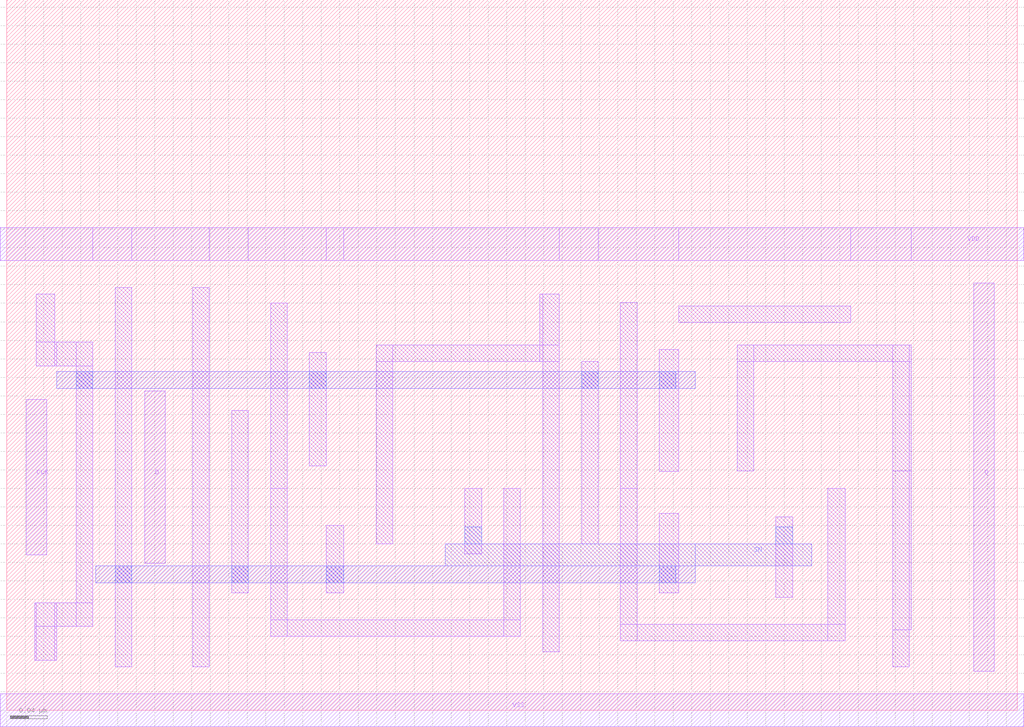
<source format=lef>
VERSION 5.8 ;
BUSBITCHARS "[]" ;
DIVIDERCHAR "/" ;

SITE CORE_TypTyp_0p4_25
  SYMMETRY y ;
  CLASS core ;
SIZE 0.042 BY 0.384 ; 
END CORE_TypTyp_0p4_25



MACRO AND2_X1
  CLASS core ;
  FOREIGN AND2_X1 0.0 0.0 ;
  ORIGIN 0 0 ;
  SYMMETRY X Y ;
  SITE CORE_TypTyp_0p4_25 ;
SIZE 0.252 BY 0.384 ; 
  PIN A1
    DIRECTION INPUT ;
    PORT
      LAYER M1 ;
RECT 0.117 0.128 0.135 0.348   ; 
    END
  END A1
  PIN A2
    DIRECTION INPUT ;
    PORT
      LAYER M1 ;
RECT 0.033 0.063 0.051 0.262   ; 
    END
  END A2
  PIN Z
    DIRECTION OUTPUT ;
    PORT
      LAYER M1 ;
RECT 0.201 0.057 0.219 0.320   ; 
    END
  END Z
  PIN VDD
    DIRECTION INOUT ;
    USE POWER ;
    SHAPE ABUTMENT ;
    PORT
      LAYER M1 ;
RECT -0.007 0.370 0.177 0.398   ; 
RECT 0.177 0.370 0.259 0.398   ; 
    END
  END VDD
  PIN VSS
    DIRECTION INOUT ;
    USE GROUND ;
    SHAPE ABUTMENT ;
    PORT
      LAYER M1 ;
RECT -0.007 -0.014 0.259 0.014   ; 
    END
  END VSS
  OBS
      LAYER M1 ;
RECT 0.075 0.081 0.093 0.095   ; 
RECT 0.075 0.095 0.093 0.214   ; 
RECT 0.075 0.214 0.093 0.272   ; 
RECT 0.093 0.081 0.159 0.095   ; 
RECT 0.159 0.081 0.177 0.095   ; 
RECT 0.159 0.095 0.177 0.214   ; 
      LAYER M1 ;
RECT 0.075 0.081 0.093 0.095   ; 
RECT 0.075 0.095 0.093 0.214   ; 
RECT 0.075 0.214 0.093 0.272   ; 
RECT 0.093 0.081 0.159 0.095   ; 
RECT 0.159 0.081 0.177 0.095   ; 
RECT 0.159 0.095 0.177 0.214   ; 
  END
END AND2_X1

MACRO AND2_X2
  CLASS core ;
  FOREIGN AND2_X2 0.0 0.0 ;
  ORIGIN 0 0 ;
  SYMMETRY X Y ;
  SITE CORE_TypTyp_0p4_25 ;
SIZE 0.252 BY 0.384 ; 
  PIN A1
    DIRECTION INPUT ;
    PORT
      LAYER M1 ;
RECT 0.100 0.128 0.116 0.256   ; 
    END
  END A1
  PIN A2
    DIRECTION INPUT ;
    PORT
      LAYER M1 ;
RECT 0.025 0.124 0.047 0.260   ; 
    END
  END A2
  PIN Z
    DIRECTION OUTPUT ;
    PORT
      LAYER M1 ;
RECT 0.170 0.032 0.172 0.065   ; 
RECT 0.170 0.319 0.172 0.352   ; 
RECT 0.172 0.032 0.188 0.065   ; 
RECT 0.172 0.065 0.188 0.319   ; 
RECT 0.172 0.319 0.188 0.352   ; 
    END
  END Z
  PIN VDD
    DIRECTION INOUT ;
    USE POWER ;
    SHAPE ABUTMENT ;
    PORT
      LAYER M1 ;
RECT -0.006 0.370 0.152 0.398   ; 
RECT 0.152 0.370 0.258 0.398   ; 
    END
  END VDD
  PIN VSS
    DIRECTION INOUT ;
    USE GROUND ;
    SHAPE ABUTMENT ;
    PORT
      LAYER M1 ;
RECT -0.006 -0.014 0.258 0.014   ; 
    END
  END VSS
  OBS
      LAYER M1 ;
RECT 0.030 0.287 0.046 0.301   ; 
RECT 0.046 0.083 0.136 0.097   ; 
RECT 0.046 0.287 0.136 0.301   ; 
RECT 0.136 0.083 0.152 0.097   ; 
RECT 0.136 0.097 0.152 0.287   ; 
RECT 0.136 0.287 0.152 0.301   ; 
      LAYER M1 ;
RECT 0.030 0.287 0.046 0.301   ; 
RECT 0.046 0.083 0.136 0.097   ; 
RECT 0.046 0.287 0.136 0.301   ; 
RECT 0.136 0.083 0.152 0.097   ; 
RECT 0.136 0.097 0.152 0.287   ; 
RECT 0.136 0.287 0.152 0.301   ; 
  END
END AND2_X2


MACRO AND3_X1
  CLASS core ;
  FOREIGN AND3_X1 0.0 0.0 ;
  ORIGIN 0 0 ;
  SYMMETRY X Y ;
  SITE CORE_TypTyp_0p4_25 ;
SIZE 0.336 BY 0.384 ; 
  PIN A1
    DIRECTION INPUT ;
    PORT
      LAYER M1 ;
RECT 0.201 0.096 0.219 0.288   ; 
    END
  END A1
  PIN A2
    DIRECTION INPUT ;
    PORT
      LAYER M1 ;
RECT 0.113 0.096 0.138 0.288   ; 
    END
  END A2
  PIN A3
    DIRECTION INPUT ;
    PORT
      LAYER M1 ;
RECT 0.032 0.096 0.052 0.288   ; 
    END
  END A3
  PIN Z
    DIRECTION OUTPUT ;
    PORT
      LAYER M1 ;
RECT 0.285 0.057 0.303 0.327   ; 
    END
  END Z
  PIN VDD
    DIRECTION INOUT ;
    USE POWER ;
    SHAPE ABUTMENT ;
    PORT
      LAYER M1 ;
RECT -0.007 0.370 0.261 0.398   ; 
RECT 0.261 0.370 0.343 0.398   ; 
    END
  END VDD
  PIN VSS
    DIRECTION INOUT ;
    USE GROUND ;
    SHAPE ABUTMENT ;
    PORT
      LAYER M1 ;
RECT -0.007 -0.014 0.343 0.014   ; 
    END
  END VSS
  OBS
      LAYER M1 ;
RECT 0.052 0.050 0.156 0.066   ; 
RECT 0.035 0.316 0.180 0.330   ; 
RECT 0.180 0.048 0.243 0.068   ; 
RECT 0.180 0.316 0.243 0.330   ; 
RECT 0.243 0.048 0.261 0.068   ; 
RECT 0.243 0.068 0.261 0.316   ; 
RECT 0.243 0.316 0.261 0.330   ; 
      LAYER M1 ;
RECT 0.052 0.050 0.156 0.066   ; 
RECT 0.035 0.316 0.180 0.330   ; 
RECT 0.180 0.048 0.243 0.068   ; 
RECT 0.180 0.316 0.243 0.330   ; 
RECT 0.243 0.048 0.261 0.068   ; 
RECT 0.243 0.068 0.261 0.316   ; 
RECT 0.243 0.316 0.261 0.330   ; 
  END
END AND3_X1

MACRO AND3_X2
  CLASS core ;
  FOREIGN AND3_X2 0.0 0.0 ;
  ORIGIN 0 0 ;
  SYMMETRY X Y ;
  SITE CORE_TypTyp_0p4_25 ;
SIZE 0.336 BY 0.384 ; 
  PIN A1
    DIRECTION INPUT ;
    PORT
      LAYER M1 ;
RECT 0.117 0.160 0.135 0.256   ; 
    END
  END A1
  PIN A2
    DIRECTION INPUT ;
    PORT
      LAYER M1 ;
RECT 0.030 0.128 0.054 0.256   ; 
    END
  END A2
  PIN A3
    DIRECTION INPUT ;
    PORT
      LAYER M1 ;
RECT 0.159 0.151 0.177 0.268   ; 
    END
  END A3
  PIN Z
    DIRECTION OUTPUT ;
    PORT
      LAYER M1 ;
RECT 0.240 0.032 0.243 0.078   ; 
RECT 0.240 0.319 0.243 0.352   ; 
RECT 0.243 0.032 0.261 0.078   ; 
RECT 0.243 0.078 0.261 0.319   ; 
RECT 0.243 0.319 0.261 0.352   ; 
    END
  END Z
  PIN VDD
    DIRECTION INOUT ;
    USE POWER ;
    SHAPE ABUTMENT ;
    PORT
      LAYER M1 ;
RECT -0.007 0.370 0.219 0.398   ; 
RECT 0.219 0.370 0.343 0.398   ; 
    END
  END VDD
  PIN VSS
    DIRECTION INOUT ;
    USE GROUND ;
    SHAPE ABUTMENT ;
    PORT
      LAYER M1 ;
RECT -0.007 -0.014 0.343 0.014   ; 
    END
  END VSS
  OBS
      LAYER M1 ;
RECT 0.032 0.036 0.052 0.078   ; 
RECT 0.032 0.078 0.052 0.094   ; 
RECT 0.052 0.078 0.196 0.094   ; 
RECT 0.035 0.290 0.096 0.306   ; 
RECT 0.096 0.112 0.201 0.126   ; 
RECT 0.096 0.290 0.201 0.306   ; 
RECT 0.201 0.112 0.219 0.126   ; 
RECT 0.201 0.126 0.219 0.290   ; 
RECT 0.201 0.290 0.219 0.306   ; 
      LAYER M1 ;
RECT 0.032 0.036 0.052 0.078   ; 
RECT 0.032 0.078 0.052 0.094   ; 
RECT 0.052 0.078 0.196 0.094   ; 
RECT 0.035 0.290 0.096 0.306   ; 
RECT 0.096 0.112 0.201 0.126   ; 
RECT 0.096 0.290 0.201 0.306   ; 
RECT 0.201 0.112 0.219 0.126   ; 
RECT 0.201 0.126 0.219 0.290   ; 
RECT 0.201 0.290 0.219 0.306   ; 
  END
END AND3_X2

MACRO AND4_X1
  CLASS core ;
  FOREIGN AND4_X1 0.0 0.0 ;
  ORIGIN 0 0 ;
  SYMMETRY X Y ;
  SITE CORE_TypTyp_0p4_25 ;
SIZE 0.378 BY 0.384 ; 
  PIN A1
    DIRECTION INPUT ;
    PORT
      LAYER M1 ;
RECT 0.243 0.096 0.261 0.288   ; 
    END
  END A1
  PIN A2
    DIRECTION INPUT ;
    PORT
      LAYER M1 ;
RECT 0.158 0.096 0.178 0.288   ; 
    END
  END A2
  PIN A3
    DIRECTION INPUT ;
    PORT
      LAYER M1 ;
RECT 0.075 0.096 0.093 0.256   ; 
    END
  END A3
  PIN A4
    DIRECTION INPUT ;
    PORT
      LAYER M1 ;
RECT 0.033 0.096 0.051 0.288   ; 
    END
  END A4
  PIN Z
    DIRECTION OUTPUT ;
    PORT
      LAYER M1 ;
RECT 0.327 0.057 0.345 0.327   ; 
    END
  END Z
  PIN VDD
    DIRECTION INOUT ;
    USE POWER ;
    SHAPE ABUTMENT ;
    PORT
      LAYER M1 ;
RECT -0.007 0.370 0.303 0.398   ; 
RECT 0.303 0.370 0.385 0.398   ; 
    END
  END VDD
  PIN VSS
    DIRECTION INOUT ;
    USE GROUND ;
    SHAPE ABUTMENT ;
    PORT
      LAYER M1 ;
RECT -0.007 -0.014 0.385 0.014   ; 
    END
  END VSS
  OBS
      LAYER M1 ;
RECT 0.054 0.318 0.222 0.334   ; 
RECT 0.222 0.050 0.285 0.066   ; 
RECT 0.222 0.318 0.285 0.334   ; 
RECT 0.285 0.050 0.303 0.066   ; 
RECT 0.285 0.066 0.303 0.318   ; 
RECT 0.285 0.318 0.303 0.334   ; 
RECT 0.092 0.050 0.196 0.074   ; 
      LAYER M1 ;
RECT 0.054 0.318 0.222 0.334   ; 
RECT 0.222 0.050 0.285 0.066   ; 
RECT 0.222 0.318 0.285 0.334   ; 
RECT 0.285 0.050 0.303 0.066   ; 
RECT 0.285 0.066 0.303 0.318   ; 
RECT 0.285 0.318 0.303 0.334   ; 
RECT 0.092 0.050 0.196 0.074   ; 
  END
END AND4_X1

MACRO AND4_X2
  CLASS core ;
  FOREIGN AND4_X2 0.0 0.0 ;
  ORIGIN 0 0 ;
  SYMMETRY X Y ;
  SITE CORE_TypTyp_0p4_25 ;
SIZE 0.378 BY 0.384 ; 
  PIN A1
    DIRECTION INPUT ;
    PORT
      LAYER M1 ;
RECT 0.219 0.120 0.235 0.288   ; 
    END
  END A1
  PIN A2
    DIRECTION INPUT ;
    PORT
      LAYER M1 ;
RECT 0.143 0.096 0.159 0.289   ; 
    END
  END A2
  PIN A3
    DIRECTION INPUT ;
    PORT
      LAYER M1 ;
RECT 0.067 0.096 0.084 0.289   ; 
    END
  END A3
  PIN A4
    DIRECTION INPUT ;
    PORT
      LAYER M1 ;
RECT 0.030 0.096 0.046 0.289   ; 
    END
  END A4
  PIN Z
    DIRECTION OUTPUT ;
    PORT
      LAYER M1 ;
RECT 0.294 0.048 0.311 0.320   ; 
    END
  END Z
  PIN VDD
    DIRECTION INOUT ;
    USE POWER ;
    SHAPE ABUTMENT ;
    PORT
      LAYER M1 ;
RECT -0.006 0.370 0.273 0.398   ; 
RECT 0.273 0.370 0.384 0.398   ; 
    END
  END VDD
  PIN VSS
    DIRECTION INOUT ;
    USE GROUND ;
    SHAPE ABUTMENT ;
    PORT
      LAYER M1 ;
RECT -0.006 -0.014 0.384 0.014   ; 
    END
  END VSS
  OBS
      LAYER M1 ;
RECT 0.084 0.050 0.176 0.066   ; 
RECT 0.048 0.318 0.202 0.334   ; 
RECT 0.202 0.082 0.256 0.098   ; 
RECT 0.202 0.318 0.256 0.334   ; 
RECT 0.256 0.082 0.273 0.098   ; 
RECT 0.256 0.098 0.273 0.318   ; 
RECT 0.256 0.318 0.273 0.334   ; 
      LAYER M1 ;
RECT 0.084 0.050 0.176 0.066   ; 
RECT 0.048 0.318 0.202 0.334   ; 
RECT 0.202 0.082 0.256 0.098   ; 
RECT 0.202 0.318 0.256 0.334   ; 
RECT 0.256 0.082 0.273 0.098   ; 
RECT 0.256 0.098 0.273 0.318   ; 
RECT 0.256 0.318 0.273 0.334   ; 
  END
END AND4_X2

MACRO ANTENNA
  CLASS core ;
  FOREIGN ANTENNA 0.0 0.0 ;
  ORIGIN 0 0 ;
  SYMMETRY X Y ;
  SITE CORE_TypTyp_0p4_25 ;
SIZE 0.126 BY 0.384 ; 
END ANTENNA

MACRO AOI21_X1
  CLASS core ;
  FOREIGN AOI21_X1 0.0 0.0 ;
  ORIGIN 0 0 ;
  SYMMETRY X Y ;
  SITE CORE_TypTyp_0p4_25 ;
SIZE 0.252 BY 0.384 ; 
  PIN A1
    DIRECTION INPUT ;
    PORT
      LAYER M1 ;
RECT 0.117 0.096 0.135 0.256   ; 
    END
  END A1
  PIN A2
    DIRECTION INPUT ;
    PORT
      LAYER M1 ;
RECT 0.033 0.067 0.051 0.256   ; 
    END
  END A2
  PIN B
    DIRECTION INPUT ;
    PORT
      LAYER M1 ;
RECT 0.201 0.096 0.219 0.256   ; 
    END
  END B
  PIN ZN
    DIRECTION OUTPUT ;
    PORT
      LAYER M1 ;
RECT 0.075 0.050 0.093 0.066   ; 
RECT 0.075 0.066 0.093 0.268   ; 
RECT 0.093 0.050 0.201 0.066   ; 
    END
  END ZN
  PIN VDD
    DIRECTION INOUT ;
    USE POWER ;
    SHAPE ABUTMENT ;
    PORT
      LAYER M1 ;
RECT -0.007 0.370 0.196 0.398   ; 
RECT 0.196 0.370 0.259 0.398   ; 
    END
  END VDD
  PIN VSS
    DIRECTION INOUT ;
    USE GROUND ;
    SHAPE ABUTMENT ;
    PORT
      LAYER M1 ;
RECT -0.007 -0.014 0.259 0.014   ; 
    END
  END VSS
  OBS
      LAYER M1 ;
RECT 0.032 0.290 0.052 0.306   ; 
RECT 0.032 0.306 0.052 0.352   ; 
RECT 0.052 0.290 0.196 0.306   ; 
      LAYER M1 ;
RECT 0.032 0.290 0.052 0.306   ; 
RECT 0.032 0.306 0.052 0.352   ; 
RECT 0.052 0.290 0.196 0.306   ; 
  END
END AOI21_X1

MACRO AOI21_X2
  CLASS core ;
  FOREIGN AOI21_X2 0.0 0.0 ;
  ORIGIN 0 0 ;
  SYMMETRY X Y ;
  SITE CORE_TypTyp_0p4_25 ;
SIZE 0.252 BY 0.384 ; 
  PIN A1
    DIRECTION INPUT ;
    PORT
      LAYER M1 ;
RECT 0.162 0.151 0.174 0.224   ; 
    END
  END A1
  PIN A2
    DIRECTION INPUT ;
    PORT
      LAYER M1 ;
RECT 0.106 0.115 0.118 0.129   ; 
RECT 0.106 0.129 0.118 0.224   ; 
RECT 0.106 0.224 0.118 0.256   ; 
RECT 0.118 0.115 0.216 0.129   ; 
RECT 0.216 0.115 0.232 0.129   ; 
RECT 0.216 0.129 0.232 0.224   ; 
    END
  END A2
  PIN B
    DIRECTION INPUT ;
    PORT
      LAYER M1 ;
RECT 0.050 0.128 0.062 0.224   ; 
    END
  END B
  PIN ZN
    DIRECTION OUTPUT ;
    PORT
      LAYER M1 ;
RECT 0.034 0.083 0.078 0.097   ; 
RECT 0.078 0.083 0.090 0.097   ; 
RECT 0.078 0.097 0.090 0.245   ; 
RECT 0.078 0.245 0.090 0.286   ; 
RECT 0.078 0.286 0.090 0.299   ; 
RECT 0.090 0.083 0.188 0.097   ; 
RECT 0.090 0.286 0.188 0.299   ; 
RECT 0.188 0.286 0.190 0.299   ; 
RECT 0.190 0.245 0.202 0.286   ; 
RECT 0.190 0.286 0.202 0.299   ; 
    END
  END ZN
  PIN VDD
    DIRECTION INOUT ;
    USE POWER ;
    SHAPE ABUTMENT ;
    PORT
      LAYER M1 ;
RECT -0.004 0.370 0.230 0.398   ; 
RECT 0.230 0.370 0.234 0.398   ; 
RECT 0.234 0.370 0.256 0.398   ; 
    END
  END VDD
  PIN VSS
    DIRECTION INOUT ;
    USE GROUND ;
    SHAPE ABUTMENT ;
    PORT
      LAYER M1 ;
RECT -0.004 -0.014 0.256 0.014   ; 
    END
  END VSS
  OBS
      LAYER M1 ;
RECT 0.021 0.275 0.035 0.318   ; 
RECT 0.021 0.318 0.035 0.334   ; 
RECT 0.035 0.318 0.218 0.334   ; 
RECT 0.218 0.258 0.230 0.275   ; 
RECT 0.218 0.275 0.230 0.318   ; 
RECT 0.218 0.318 0.230 0.334   ; 
RECT 0.064 0.051 0.234 0.065   ; 
      LAYER M1 ;
RECT 0.021 0.275 0.035 0.318   ; 
RECT 0.021 0.318 0.035 0.334   ; 
RECT 0.035 0.318 0.218 0.334   ; 
RECT 0.218 0.258 0.230 0.275   ; 
RECT 0.218 0.275 0.230 0.318   ; 
RECT 0.218 0.318 0.230 0.334   ; 
RECT 0.064 0.051 0.234 0.065   ; 
  END
END AOI21_X2

MACRO AOI22_X1
  CLASS core ;
  FOREIGN AOI22_X1 0.0 0.0 ;
  ORIGIN 0 0 ;
  SYMMETRY X Y ;
  SITE CORE_TypTyp_0p4_25 ;
SIZE 0.294 BY 0.384 ; 
  PIN A1
    DIRECTION INPUT ;
    PORT
      LAYER M1 ;
RECT 0.159 0.096 0.177 0.256   ; 
    END
  END A1
  PIN A2
    DIRECTION INPUT ;
    PORT
      LAYER M1 ;
RECT 0.243 0.096 0.261 0.242   ; 
    END
  END A2
  PIN B1
    DIRECTION INPUT ;
    PORT
      LAYER M1 ;
RECT 0.075 0.099 0.093 0.288   ; 
    END
  END B1
  PIN B2
    DIRECTION INPUT ;
    PORT
      LAYER M1 ;
RECT 0.033 0.096 0.051 0.288   ; 
    END
  END B2
  PIN ZN
    DIRECTION OUTPUT ;
    PORT
      LAYER M1 ;
RECT 0.092 0.051 0.201 0.065   ; 
RECT 0.201 0.051 0.219 0.065   ; 
RECT 0.201 0.065 0.219 0.291   ; 
    END
  END ZN
  PIN VDD
    DIRECTION INOUT ;
    USE POWER ;
    SHAPE ABUTMENT ;
    PORT
      LAYER M1 ;
RECT -0.007 0.370 0.261 0.398   ; 
RECT 0.261 0.370 0.301 0.398   ; 
    END
  END VDD
  PIN VSS
    DIRECTION INOUT ;
    USE GROUND ;
    SHAPE ABUTMENT ;
    PORT
      LAYER M1 ;
RECT -0.007 -0.014 0.301 0.014   ; 
    END
  END VSS
  OBS
      LAYER M1 ;
RECT 0.054 0.315 0.243 0.337   ; 
RECT 0.243 0.276 0.261 0.315   ; 
RECT 0.243 0.315 0.261 0.337   ; 
      LAYER M1 ;
RECT 0.054 0.315 0.243 0.337   ; 
RECT 0.243 0.276 0.261 0.315   ; 
RECT 0.243 0.315 0.261 0.337   ; 
  END
END AOI22_X1

MACRO AOI22_X2
  CLASS core ;
  FOREIGN AOI22_X2 0.0 0.0 ;
  ORIGIN 0 0 ;
  SYMMETRY X Y ;
  SITE CORE_TypTyp_0p4_25 ;
SIZE 0.294 BY 0.384 ; 
  PIN A1
    DIRECTION INPUT ;
    PORT
      LAYER M1 ;
RECT 0.166 0.137 0.177 0.151   ; 
RECT 0.166 0.151 0.177 0.245   ; 
RECT 0.166 0.245 0.177 0.256   ; 
RECT 0.177 0.137 0.250 0.151   ; 
RECT 0.250 0.137 0.264 0.151   ; 
RECT 0.264 0.137 0.275 0.151   ; 
RECT 0.264 0.151 0.275 0.245   ; 
    END
  END A1
  PIN A2
    DIRECTION INPUT ;
    PORT
      LAYER M1 ;
RECT 0.215 0.185 0.226 0.256   ; 
    END
  END A2
  PIN B1
    DIRECTION INPUT ;
    PORT
      LAYER M1 ;
RECT 0.117 0.153 0.128 0.263   ; 
    END
  END B1
  PIN B2
    DIRECTION INPUT ;
    PORT
      LAYER M1 ;
RECT 0.019 0.121 0.030 0.256   ; 
    END
  END B2
  PIN ZN
    DIRECTION OUTPUT ;
    PORT
      LAYER M1 ;
RECT 0.093 0.100 0.103 0.114   ; 
RECT 0.093 0.114 0.103 0.114   ; 
RECT 0.093 0.114 0.103 0.160   ; 
RECT 0.103 0.100 0.139 0.114   ; 
RECT 0.139 0.100 0.142 0.114   ; 
RECT 0.142 0.100 0.152 0.114   ; 
RECT 0.142 0.114 0.152 0.114   ; 
RECT 0.142 0.114 0.152 0.160   ; 
RECT 0.142 0.160 0.152 0.232   ; 
RECT 0.142 0.232 0.152 0.284   ; 
RECT 0.142 0.284 0.152 0.301   ; 
RECT 0.152 0.100 0.240 0.114   ; 
RECT 0.152 0.114 0.240 0.114   ; 
RECT 0.152 0.284 0.240 0.301   ; 
RECT 0.240 0.100 0.250 0.114   ; 
RECT 0.240 0.114 0.250 0.114   ; 
RECT 0.240 0.232 0.250 0.284   ; 
RECT 0.240 0.284 0.250 0.301   ; 
RECT 0.250 0.100 0.264 0.114   ; 
RECT 0.250 0.114 0.264 0.114   ; 
RECT 0.264 0.048 0.275 0.100   ; 
RECT 0.264 0.100 0.275 0.114   ; 
RECT 0.264 0.114 0.275 0.114   ; 
    END
  END ZN
  PIN VDD
    DIRECTION INOUT ;
    USE POWER ;
    SHAPE ABUTMENT ;
    PORT
      LAYER M1 ;
RECT -0.004 0.370 0.275 0.398   ; 
RECT 0.275 0.370 0.298 0.398   ; 
    END
  END VDD
  PIN VSS
    DIRECTION INOUT ;
    USE GROUND ;
    SHAPE ABUTMENT ;
    PORT
      LAYER M1 ;
RECT -0.004 -0.014 0.298 0.014   ; 
    END
  END VSS
  OBS
      LAYER M1 ;
RECT 0.155 0.066 0.240 0.082   ; 
RECT 0.240 0.036 0.250 0.066   ; 
RECT 0.240 0.066 0.250 0.082   ; 
RECT 0.029 0.319 0.264 0.333   ; 
RECT 0.264 0.279 0.275 0.319   ; 
RECT 0.264 0.319 0.275 0.333   ; 
RECT 0.033 0.043 0.139 0.072   ; 
      LAYER M1 ;
RECT 0.155 0.066 0.240 0.082   ; 
RECT 0.240 0.036 0.250 0.066   ; 
RECT 0.240 0.066 0.250 0.082   ; 
RECT 0.029 0.319 0.264 0.333   ; 
RECT 0.264 0.279 0.275 0.319   ; 
RECT 0.264 0.319 0.275 0.333   ; 
RECT 0.033 0.043 0.139 0.072   ; 
  END
END AOI22_X2

MACRO BUF_X1
  CLASS core ;
  FOREIGN BUF_X1 0.0 0.0 ;
  ORIGIN 0 0 ;
  SYMMETRY X Y ;
  SITE CORE_TypTyp_0p4_25 ;
SIZE 0.210 BY 0.384 ; 
  PIN I
    DIRECTION INPUT ;
    PORT
      LAYER M1 ;
RECT 0.033 0.096 0.051 0.288   ; 
    END
  END I
  PIN Z
    DIRECTION OUTPUT ;
    PORT
      LAYER M1 ;
RECT 0.158 0.057 0.178 0.352   ; 
    END
  END Z
  PIN VDD
    DIRECTION INOUT ;
    USE POWER ;
    SHAPE ABUTMENT ;
    PORT
      LAYER M1 ;
RECT -0.007 0.370 0.094 0.398   ; 
RECT 0.094 0.370 0.217 0.398   ; 
    END
  END VDD
  PIN VSS
    DIRECTION INOUT ;
    USE GROUND ;
    SHAPE ABUTMENT ;
    PORT
      LAYER M1 ;
RECT -0.007 -0.014 0.217 0.014   ; 
    END
  END VSS
  OBS
      LAYER M1 ;
RECT 0.075 0.036 0.075 0.092   ; 
RECT 0.075 0.092 0.075 0.106   ; 
RECT 0.075 0.214 0.075 0.228   ; 
RECT 0.075 0.228 0.075 0.279   ; 
RECT 0.075 0.036 0.093 0.092   ; 
RECT 0.075 0.092 0.093 0.106   ; 
RECT 0.075 0.106 0.093 0.214   ; 
RECT 0.075 0.214 0.093 0.228   ; 
RECT 0.075 0.228 0.093 0.279   ; 
RECT 0.093 0.092 0.094 0.106   ; 
RECT 0.093 0.106 0.094 0.214   ; 
RECT 0.093 0.214 0.094 0.228   ; 
      LAYER M1 ;
RECT 0.075 0.036 0.075 0.092   ; 
RECT 0.075 0.092 0.075 0.106   ; 
RECT 0.075 0.214 0.075 0.228   ; 
RECT 0.075 0.228 0.075 0.279   ; 
RECT 0.075 0.036 0.093 0.092   ; 
RECT 0.075 0.092 0.093 0.106   ; 
RECT 0.075 0.106 0.093 0.214   ; 
RECT 0.075 0.214 0.093 0.228   ; 
RECT 0.075 0.228 0.093 0.279   ; 
RECT 0.093 0.092 0.094 0.106   ; 
RECT 0.093 0.106 0.094 0.214   ; 
RECT 0.093 0.214 0.094 0.228   ; 
  END
END BUF_X1

MACRO BUF_X2
  CLASS core ;
  FOREIGN BUF_X2 0.0 0.0 ;
  ORIGIN 0 0 ;
  SYMMETRY X Y ;
  SITE CORE_TypTyp_0p4_25 ;
SIZE 0.210 BY 0.384 ; 
  PIN I
    DIRECTION INPUT ;
    PORT
      LAYER M1 ;
RECT 0.033 0.134 0.051 0.256   ; 
    END
  END I
  PIN Z
    DIRECTION OUTPUT ;
    PORT
      LAYER M1 ;
RECT 0.114 0.302 0.116 0.352   ; 
RECT 0.116 0.036 0.117 0.066   ; 
RECT 0.116 0.302 0.117 0.352   ; 
RECT 0.117 0.036 0.135 0.066   ; 
RECT 0.117 0.066 0.135 0.302   ; 
RECT 0.117 0.302 0.135 0.352   ; 
    END
  END Z
  PIN VDD
    DIRECTION INOUT ;
    USE POWER ;
    SHAPE ABUTMENT ;
    PORT
      LAYER M1 ;
RECT -0.007 0.370 0.093 0.398   ; 
RECT 0.093 0.370 0.217 0.398   ; 
    END
  END VDD
  PIN VSS
    DIRECTION INOUT ;
    USE GROUND ;
    SHAPE ABUTMENT ;
    PORT
      LAYER M1 ;
RECT -0.007 -0.014 0.217 0.014   ; 
    END
  END VSS
  OBS
      LAYER M1 ;
RECT 0.028 0.278 0.033 0.292   ; 
RECT 0.028 0.292 0.033 0.343   ; 
RECT 0.033 0.048 0.051 0.096   ; 
RECT 0.033 0.096 0.051 0.110   ; 
RECT 0.033 0.278 0.051 0.292   ; 
RECT 0.033 0.292 0.051 0.343   ; 
RECT 0.051 0.096 0.056 0.110   ; 
RECT 0.051 0.278 0.056 0.292   ; 
RECT 0.051 0.292 0.056 0.343   ; 
RECT 0.056 0.096 0.075 0.110   ; 
RECT 0.056 0.278 0.075 0.292   ; 
RECT 0.075 0.096 0.093 0.110   ; 
RECT 0.075 0.110 0.093 0.278   ; 
RECT 0.075 0.278 0.093 0.292   ; 
      LAYER M1 ;
RECT 0.028 0.278 0.033 0.292   ; 
RECT 0.028 0.292 0.033 0.343   ; 
RECT 0.033 0.048 0.051 0.096   ; 
RECT 0.033 0.096 0.051 0.110   ; 
RECT 0.033 0.278 0.051 0.292   ; 
RECT 0.033 0.292 0.051 0.343   ; 
RECT 0.051 0.096 0.056 0.110   ; 
RECT 0.051 0.278 0.056 0.292   ; 
RECT 0.051 0.292 0.056 0.343   ; 
RECT 0.056 0.096 0.075 0.110   ; 
RECT 0.056 0.278 0.075 0.292   ; 
RECT 0.075 0.096 0.093 0.110   ; 
RECT 0.075 0.110 0.093 0.278   ; 
RECT 0.075 0.278 0.093 0.292   ; 
  END
END BUF_X2

MACRO BUF_X4
  CLASS core ;
  FOREIGN BUF_X4 0.0 0.0 ;
  ORIGIN 0 0 ;
  SYMMETRY X Y ;
  SITE CORE_TypTyp_0p4_25 ;
SIZE 0.210 BY 0.384 ; 
  PIN I
    DIRECTION INPUT ;
    PORT
      LAYER M1 ;
RECT 0.073 0.121 0.084 0.263   ; 
    END
  END I
  PIN Z
    DIRECTION OUTPUT ;
    PORT
      LAYER M1 ;
RECT 0.059 0.051 0.086 0.065   ; 
RECT 0.086 0.051 0.111 0.065   ; 
RECT 0.086 0.319 0.111 0.333   ; 
RECT 0.111 0.051 0.151 0.065   ; 
RECT 0.111 0.319 0.151 0.333   ; 
RECT 0.151 0.051 0.164 0.065   ; 
RECT 0.151 0.065 0.164 0.319   ; 
RECT 0.151 0.319 0.164 0.333   ; 
    END
  END Z
  PIN VDD
    DIRECTION INOUT ;
    USE POWER ;
    SHAPE ABUTMENT ;
    PORT
      LAYER M1 ;
RECT -0.004 0.370 0.111 0.398   ; 
RECT 0.111 0.370 0.214 0.398   ; 
    END
  END VDD
  PIN VSS
    DIRECTION INOUT ;
    USE GROUND ;
    SHAPE ABUTMENT ;
    PORT
      LAYER M1 ;
RECT -0.004 -0.014 0.214 0.014   ; 
    END
  END VSS
  OBS
      LAYER M1 ;
RECT 0.011 0.083 0.035 0.099   ; 
RECT 0.035 0.083 0.099 0.099   ; 
RECT 0.035 0.285 0.099 0.301   ; 
RECT 0.099 0.083 0.111 0.099   ; 
RECT 0.099 0.099 0.111 0.285   ; 
RECT 0.099 0.285 0.111 0.301   ; 
      LAYER M1 ;
RECT 0.011 0.083 0.035 0.099   ; 
RECT 0.035 0.083 0.099 0.099   ; 
RECT 0.035 0.285 0.099 0.301   ; 
RECT 0.099 0.083 0.111 0.099   ; 
RECT 0.099 0.099 0.111 0.285   ; 
RECT 0.099 0.285 0.111 0.301   ; 
  END
END BUF_X4

MACRO BUF_X8
  CLASS core ;
  FOREIGN BUF_X8 0.0 0.0 ;
  ORIGIN 0 0 ;
  SYMMETRY X Y ;
  SITE CORE_TypTyp_0p4_25 ;
SIZE 0.210 BY 0.384 ; 
  PIN I
    DIRECTION INPUT ;
    PORT
      LAYER M1 ;
RECT 0.012 0.128 0.018 0.183   ; 
RECT 0.012 0.183 0.018 0.199   ; 
RECT 0.012 0.199 0.018 0.256   ; 
RECT 0.018 0.183 0.070 0.199   ; 
    END
  END I
  PIN Z
    DIRECTION OUTPUT ;
    PORT
      LAYER M1 ;
RECT 0.079 0.051 0.164 0.065   ; 
RECT 0.079 0.319 0.164 0.333   ; 
RECT 0.164 0.051 0.177 0.065   ; 
RECT 0.164 0.319 0.177 0.333   ; 
RECT 0.177 0.051 0.183 0.065   ; 
RECT 0.177 0.065 0.183 0.319   ; 
RECT 0.177 0.319 0.183 0.333   ; 
    END
  END Z
  PIN VDD
    DIRECTION INOUT ;
    USE POWER ;
    SHAPE ABUTMENT ;
    PORT
      LAYER M1 ;
RECT -0.002 0.370 0.164 0.398   ; 
RECT 0.164 0.370 0.212 0.398   ; 
    END
  END VDD
  PIN VSS
    DIRECTION INOUT ;
    USE GROUND ;
    SHAPE ABUTMENT ;
    PORT
      LAYER M1 ;
RECT -0.002 -0.014 0.212 0.014   ; 
    END
  END VSS
  OBS
      LAYER M1 ;
RECT 0.023 0.049 0.027 0.093   ; 
RECT 0.023 0.093 0.027 0.107   ; 
RECT 0.027 0.049 0.033 0.093   ; 
RECT 0.027 0.093 0.033 0.107   ; 
RECT 0.027 0.264 0.033 0.292   ; 
RECT 0.027 0.292 0.033 0.335   ; 
RECT 0.033 0.049 0.037 0.093   ; 
RECT 0.033 0.093 0.037 0.107   ; 
RECT 0.033 0.264 0.037 0.292   ; 
RECT 0.037 0.093 0.083 0.107   ; 
RECT 0.037 0.264 0.083 0.292   ; 
RECT 0.083 0.093 0.090 0.107   ; 
RECT 0.083 0.107 0.090 0.171   ; 
RECT 0.083 0.171 0.090 0.184   ; 
RECT 0.083 0.184 0.090 0.264   ; 
RECT 0.083 0.264 0.090 0.292   ; 
RECT 0.090 0.171 0.164 0.184   ; 
      LAYER M1 ;
RECT 0.023 0.049 0.027 0.093   ; 
RECT 0.023 0.093 0.027 0.107   ; 
RECT 0.027 0.049 0.033 0.093   ; 
RECT 0.027 0.093 0.033 0.107   ; 
RECT 0.027 0.264 0.033 0.292   ; 
RECT 0.027 0.292 0.033 0.335   ; 
RECT 0.033 0.049 0.037 0.093   ; 
RECT 0.033 0.093 0.037 0.107   ; 
RECT 0.033 0.264 0.037 0.292   ; 
RECT 0.037 0.093 0.083 0.107   ; 
RECT 0.037 0.264 0.083 0.292   ; 
RECT 0.083 0.093 0.090 0.107   ; 
RECT 0.083 0.107 0.090 0.171   ; 
RECT 0.083 0.171 0.090 0.184   ; 
RECT 0.083 0.184 0.090 0.264   ; 
RECT 0.083 0.264 0.090 0.292   ; 
RECT 0.090 0.171 0.164 0.184   ; 
  END
END BUF_X8

MACRO BUF_X12
  CLASS core ;
  FOREIGN BUF_X12 0.0 0.0 ;
  ORIGIN 0 0 ;
  SYMMETRY X Y ;
  SITE CORE_TypTyp_0p4_25 ;
SIZE 0.294 BY 0.384 ; 
  PIN I
    DIRECTION INPUT ;
    PORT
      LAYER M1 ;
RECT 0.010 0.118 0.017 0.183   ; 
RECT 0.010 0.183 0.017 0.199   ; 
RECT 0.010 0.199 0.017 0.258   ; 
RECT 0.017 0.183 0.093 0.199   ; 
    END
  END I
  PIN Z
    DIRECTION OUTPUT ;
    PORT
      LAYER M1 ;
RECT 0.102 0.051 0.234 0.065   ; 
RECT 0.102 0.319 0.234 0.333   ; 
RECT 0.234 0.051 0.248 0.065   ; 
RECT 0.234 0.319 0.248 0.333   ; 
RECT 0.248 0.051 0.255 0.065   ; 
RECT 0.248 0.065 0.255 0.319   ; 
RECT 0.248 0.319 0.255 0.333   ; 
    END
  END Z
  PIN VDD
    DIRECTION INOUT ;
    USE POWER ;
    SHAPE ABUTMENT ;
    PORT
      LAYER M1 ;
RECT -0.002 0.370 0.234 0.398   ; 
RECT 0.234 0.370 0.282 0.398   ; 
    END
  END VDD
  PIN VSS
    DIRECTION INOUT ;
    USE GROUND ;
    SHAPE ABUTMENT ;
    PORT
      LAYER M1 ;
RECT -0.002 -0.014 0.282 0.014   ; 
    END
  END VSS
  OBS
      LAYER M1 ;
RECT 0.021 0.276 0.024 0.292   ; 
RECT 0.021 0.292 0.024 0.335   ; 
RECT 0.024 0.049 0.031 0.092   ; 
RECT 0.024 0.092 0.031 0.108   ; 
RECT 0.024 0.276 0.031 0.292   ; 
RECT 0.024 0.292 0.031 0.335   ; 
RECT 0.031 0.092 0.034 0.108   ; 
RECT 0.031 0.276 0.034 0.292   ; 
RECT 0.031 0.292 0.034 0.335   ; 
RECT 0.034 0.092 0.101 0.108   ; 
RECT 0.034 0.276 0.101 0.292   ; 
RECT 0.101 0.092 0.107 0.108   ; 
RECT 0.101 0.108 0.107 0.185   ; 
RECT 0.101 0.185 0.107 0.199   ; 
RECT 0.101 0.199 0.107 0.276   ; 
RECT 0.101 0.276 0.107 0.292   ; 
RECT 0.107 0.185 0.234 0.199   ; 
      LAYER M1 ;
RECT 0.021 0.276 0.024 0.292   ; 
RECT 0.021 0.292 0.024 0.335   ; 
RECT 0.024 0.049 0.031 0.092   ; 
RECT 0.024 0.092 0.031 0.108   ; 
RECT 0.024 0.276 0.031 0.292   ; 
RECT 0.024 0.292 0.031 0.335   ; 
RECT 0.031 0.092 0.034 0.108   ; 
RECT 0.031 0.276 0.034 0.292   ; 
RECT 0.031 0.292 0.034 0.335   ; 
RECT 0.034 0.092 0.101 0.108   ; 
RECT 0.034 0.276 0.101 0.292   ; 
RECT 0.101 0.092 0.107 0.108   ; 
RECT 0.101 0.108 0.107 0.185   ; 
RECT 0.101 0.185 0.107 0.199   ; 
RECT 0.101 0.199 0.107 0.276   ; 
RECT 0.101 0.276 0.107 0.292   ; 
RECT 0.107 0.185 0.234 0.199   ; 
  END
END BUF_X12


MACRO BUF_X16
  CLASS core ;
  FOREIGN BUF_X16 0.0 0.0 ;
  ORIGIN 0 0 ;
  SYMMETRY X Y ;
  SITE CORE_TypTyp_0p4_25 ;
SIZE 0.294 BY 0.384 ; 
  PIN I
    DIRECTION INPUT ;
    PORT
      LAYER M1 ;
RECT 0.008 0.116 0.013 0.178   ; 
RECT 0.008 0.178 0.013 0.206   ; 
RECT 0.008 0.206 0.013 0.256   ; 
RECT 0.013 0.178 0.093 0.206   ; 
    END
  END I
  PIN Z
    DIRECTION OUTPUT ;
    PORT
      LAYER M1 ;
RECT 0.100 0.051 0.245 0.065   ; 
RECT 0.100 0.316 0.245 0.330   ; 
RECT 0.245 0.051 0.256 0.065   ; 
RECT 0.245 0.316 0.256 0.330   ; 
RECT 0.256 0.051 0.261 0.065   ; 
RECT 0.256 0.065 0.261 0.316   ; 
RECT 0.256 0.316 0.261 0.330   ; 
    END
  END Z
  PIN VDD
    DIRECTION INOUT ;
    USE POWER ;
    SHAPE ABUTMENT ;
    PORT
      LAYER M1 ;
RECT -0.002 0.370 0.245 0.398   ; 
RECT 0.245 0.370 0.282 0.398   ; 
    END
  END VDD
  PIN VSS
    DIRECTION INOUT ;
    USE GROUND ;
    SHAPE ABUTMENT ;
    PORT
      LAYER M1 ;
RECT -0.002 -0.014 0.282 0.014   ; 
    END
  END VSS
  OBS
      LAYER M1 ;
RECT 0.019 0.049 0.024 0.103   ; 
RECT 0.019 0.103 0.024 0.117   ; 
RECT 0.019 0.229 0.024 0.243   ; 
RECT 0.019 0.243 0.024 0.322   ; 
RECT 0.024 0.103 0.099 0.117   ; 
RECT 0.024 0.229 0.099 0.243   ; 
RECT 0.099 0.103 0.104 0.117   ; 
RECT 0.099 0.117 0.104 0.184   ; 
RECT 0.099 0.184 0.104 0.198   ; 
RECT 0.099 0.198 0.104 0.229   ; 
RECT 0.099 0.229 0.104 0.243   ; 
RECT 0.104 0.184 0.245 0.198   ; 
      LAYER M1 ;
RECT 0.019 0.049 0.024 0.103   ; 
RECT 0.019 0.103 0.024 0.117   ; 
RECT 0.019 0.229 0.024 0.243   ; 
RECT 0.019 0.243 0.024 0.322   ; 
RECT 0.024 0.103 0.099 0.117   ; 
RECT 0.024 0.229 0.099 0.243   ; 
RECT 0.099 0.103 0.104 0.117   ; 
RECT 0.099 0.117 0.104 0.184   ; 
RECT 0.099 0.184 0.104 0.198   ; 
RECT 0.099 0.198 0.104 0.229   ; 
RECT 0.099 0.229 0.104 0.243   ; 
RECT 0.104 0.184 0.245 0.198   ; 
  END
END BUF_X16

MACRO CLKBUF_X1
  CLASS core ;
  FOREIGN CLKBUF_X1 0.0 0.0 ;
  ORIGIN 0 0 ;
  SYMMETRY X Y ;
  SITE CORE_TypTyp_0p4_25 ;
SIZE 0.210 BY 0.384 ; 
  PIN I
    DIRECTION INPUT ;
    PORT
      LAYER M1 ;
RECT 0.033 0.096 0.051 0.288   ; 
    END
  END I
  PIN Z
    DIRECTION OUTPUT ;
    PORT
      LAYER M1 ;
RECT 0.158 0.057 0.178 0.352   ; 
    END
  END Z
  PIN VDD
    DIRECTION INOUT ;
    USE POWER ;
    SHAPE ABUTMENT ;
    PORT
      LAYER M1 ;
RECT -0.007 0.370 0.094 0.398   ; 
RECT 0.094 0.370 0.217 0.398   ; 
    END
  END VDD
  PIN VSS
    DIRECTION INOUT ;
    USE GROUND ;
    SHAPE ABUTMENT ;
    PORT
      LAYER M1 ;
RECT -0.007 -0.014 0.217 0.014   ; 
    END
  END VSS
  OBS
      LAYER M1 ;
RECT 0.075 0.036 0.075 0.092   ; 
RECT 0.075 0.092 0.075 0.106   ; 
RECT 0.075 0.196 0.075 0.229   ; 
RECT 0.075 0.229 0.075 0.262   ; 
RECT 0.075 0.036 0.093 0.092   ; 
RECT 0.075 0.092 0.093 0.106   ; 
RECT 0.075 0.106 0.093 0.196   ; 
RECT 0.075 0.196 0.093 0.229   ; 
RECT 0.075 0.229 0.093 0.262   ; 
RECT 0.093 0.092 0.094 0.106   ; 
RECT 0.093 0.106 0.094 0.196   ; 
RECT 0.093 0.196 0.094 0.229   ; 
      LAYER M1 ;
RECT 0.075 0.036 0.075 0.092   ; 
RECT 0.075 0.092 0.075 0.106   ; 
RECT 0.075 0.196 0.075 0.229   ; 
RECT 0.075 0.229 0.075 0.262   ; 
RECT 0.075 0.036 0.093 0.092   ; 
RECT 0.075 0.092 0.093 0.106   ; 
RECT 0.075 0.106 0.093 0.196   ; 
RECT 0.075 0.196 0.093 0.229   ; 
RECT 0.075 0.229 0.093 0.262   ; 
RECT 0.093 0.092 0.094 0.106   ; 
RECT 0.093 0.106 0.094 0.196   ; 
RECT 0.093 0.196 0.094 0.229   ; 
  END
END CLKBUF_X1

MACRO CLKBUF_X2
  CLASS core ;
  FOREIGN CLKBUF_X2 0.0 0.0 ;
  ORIGIN 0 0 ;
  SYMMETRY X Y ;
  SITE CORE_TypTyp_0p4_25 ;
SIZE 0.210 BY 0.384 ; 
  PIN I
    DIRECTION INPUT ;
    PORT
      LAYER M1 ;
RECT 0.033 0.148 0.051 0.256   ; 
    END
  END I
  PIN Z
    DIRECTION OUTPUT ;
    PORT
      LAYER M1 ;
RECT 0.114 0.319 0.117 0.352   ; 
RECT 0.117 0.036 0.135 0.319   ; 
RECT 0.117 0.319 0.135 0.352   ; 
    END
  END Z
  PIN VDD
    DIRECTION INOUT ;
    USE POWER ;
    SHAPE ABUTMENT ;
    PORT
      LAYER M1 ;
RECT -0.007 0.370 0.093 0.398   ; 
RECT 0.093 0.370 0.217 0.398   ; 
    END
  END VDD
  PIN VSS
    DIRECTION INOUT ;
    USE GROUND ;
    SHAPE ABUTMENT ;
    PORT
      LAYER M1 ;
RECT -0.007 -0.014 0.217 0.014   ; 
    END
  END VSS
  OBS
      LAYER M1 ;
RECT 0.032 0.065 0.052 0.096   ; 
RECT 0.032 0.096 0.052 0.110   ; 
RECT 0.032 0.278 0.052 0.292   ; 
RECT 0.032 0.292 0.052 0.343   ; 
RECT 0.052 0.096 0.075 0.110   ; 
RECT 0.052 0.278 0.075 0.292   ; 
RECT 0.075 0.096 0.093 0.110   ; 
RECT 0.075 0.110 0.093 0.278   ; 
RECT 0.075 0.278 0.093 0.292   ; 
      LAYER M1 ;
RECT 0.032 0.065 0.052 0.096   ; 
RECT 0.032 0.096 0.052 0.110   ; 
RECT 0.032 0.278 0.052 0.292   ; 
RECT 0.032 0.292 0.052 0.343   ; 
RECT 0.052 0.096 0.075 0.110   ; 
RECT 0.052 0.278 0.075 0.292   ; 
RECT 0.075 0.096 0.093 0.110   ; 
RECT 0.075 0.110 0.093 0.278   ; 
RECT 0.075 0.278 0.093 0.292   ; 
  END
END CLKBUF_X2

MACRO CLKBUF_X4
  CLASS core ;
  FOREIGN CLKBUF_X4 0.0 0.0 ;
  ORIGIN 0 0 ;
  SYMMETRY X Y ;
  SITE CORE_TypTyp_0p4_25 ;
SIZE 0.210 BY 0.384 ; 
  PIN I
    DIRECTION INPUT ;
    PORT
      LAYER M1 ;
RECT 0.047 0.121 0.058 0.263   ; 
    END
  END I
  PIN Z
    DIRECTION OUTPUT ;
    PORT
      LAYER M1 ;
RECT 0.059 0.051 0.084 0.065   ; 
RECT 0.084 0.051 0.084 0.065   ; 
RECT 0.084 0.319 0.084 0.333   ; 
RECT 0.084 0.051 0.151 0.065   ; 
RECT 0.084 0.319 0.151 0.333   ; 
RECT 0.151 0.051 0.164 0.065   ; 
RECT 0.151 0.065 0.164 0.319   ; 
RECT 0.151 0.319 0.164 0.333   ; 
    END
  END Z
  PIN VDD
    DIRECTION INOUT ;
    USE POWER ;
    SHAPE ABUTMENT ;
    PORT
      LAYER M1 ;
RECT -0.004 0.370 0.084 0.398   ; 
RECT 0.084 0.370 0.214 0.398   ; 
    END
  END VDD
  PIN VSS
    DIRECTION INOUT ;
    USE GROUND ;
    SHAPE ABUTMENT ;
    PORT
      LAYER M1 ;
RECT -0.004 -0.014 0.214 0.014   ; 
    END
  END VSS
  OBS
      LAYER M1 ;
RECT 0.017 0.083 0.034 0.097   ; 
RECT 0.034 0.083 0.073 0.097   ; 
RECT 0.034 0.287 0.073 0.301   ; 
RECT 0.073 0.083 0.084 0.097   ; 
RECT 0.073 0.097 0.084 0.287   ; 
RECT 0.073 0.287 0.084 0.301   ; 
      LAYER M1 ;
RECT 0.017 0.083 0.034 0.097   ; 
RECT 0.034 0.083 0.073 0.097   ; 
RECT 0.034 0.287 0.073 0.301   ; 
RECT 0.073 0.083 0.084 0.097   ; 
RECT 0.073 0.097 0.084 0.287   ; 
RECT 0.073 0.287 0.084 0.301   ; 
  END
END CLKBUF_X4

MACRO CLKBUF_X8
  CLASS core ;
  FOREIGN CLKBUF_X8 0.0 0.0 ;
  ORIGIN 0 0 ;
  SYMMETRY X Y ;
  SITE CORE_TypTyp_0p4_25 ;
SIZE 0.210 BY 0.384 ; 
  PIN I
    DIRECTION INPUT ;
    PORT
      LAYER M1 ;
RECT 0.012 0.128 0.018 0.164   ; 
RECT 0.012 0.164 0.018 0.178   ; 
RECT 0.012 0.178 0.018 0.256   ; 
RECT 0.018 0.128 0.019 0.164   ; 
RECT 0.018 0.164 0.019 0.178   ; 
RECT 0.019 0.164 0.075 0.178   ; 
    END
  END I
  PIN Z
    DIRECTION OUTPUT ;
    PORT
      LAYER M1 ;
RECT 0.079 0.051 0.168 0.065   ; 
RECT 0.079 0.319 0.168 0.333   ; 
RECT 0.168 0.051 0.177 0.065   ; 
RECT 0.168 0.319 0.177 0.333   ; 
RECT 0.177 0.051 0.183 0.065   ; 
RECT 0.177 0.065 0.183 0.319   ; 
RECT 0.177 0.319 0.183 0.333   ; 
    END
  END Z
  PIN VDD
    DIRECTION INOUT ;
    USE POWER ;
    SHAPE ABUTMENT ;
    PORT
      LAYER M1 ;
RECT -0.002 0.370 0.168 0.398   ; 
RECT 0.168 0.370 0.212 0.398   ; 
    END
  END VDD
  PIN VSS
    DIRECTION INOUT ;
    USE GROUND ;
    SHAPE ABUTMENT ;
    PORT
      LAYER M1 ;
RECT -0.002 -0.014 0.212 0.014   ; 
    END
  END VSS
  OBS
      LAYER M1 ;
RECT 0.012 0.083 0.027 0.097   ; 
RECT 0.027 0.083 0.033 0.097   ; 
RECT 0.027 0.225 0.033 0.241   ; 
RECT 0.027 0.241 0.033 0.271   ; 
RECT 0.033 0.083 0.095 0.097   ; 
RECT 0.033 0.225 0.095 0.241   ; 
RECT 0.095 0.083 0.102 0.097   ; 
RECT 0.095 0.097 0.102 0.178   ; 
RECT 0.095 0.178 0.102 0.207   ; 
RECT 0.095 0.207 0.102 0.225   ; 
RECT 0.095 0.225 0.102 0.241   ; 
RECT 0.102 0.178 0.168 0.207   ; 
      LAYER M1 ;
RECT 0.012 0.083 0.027 0.097   ; 
RECT 0.027 0.083 0.033 0.097   ; 
RECT 0.027 0.225 0.033 0.241   ; 
RECT 0.027 0.241 0.033 0.271   ; 
RECT 0.033 0.083 0.095 0.097   ; 
RECT 0.033 0.225 0.095 0.241   ; 
RECT 0.095 0.083 0.102 0.097   ; 
RECT 0.095 0.097 0.102 0.178   ; 
RECT 0.095 0.178 0.102 0.207   ; 
RECT 0.095 0.207 0.102 0.225   ; 
RECT 0.095 0.225 0.102 0.241   ; 
RECT 0.102 0.178 0.168 0.207   ; 
  END
END CLKBUF_X8

MACRO CLKBUF_X12
  CLASS core ;
  FOREIGN CLKBUF_X12 0.0 0.0 ;
  ORIGIN 0 0 ;
  SYMMETRY X Y ;
  SITE CORE_TypTyp_0p4_25 ;
SIZE 0.294 BY 0.384 ; 
  PIN I
    DIRECTION INPUT ;
    PORT
      LAYER M1 ;
RECT 0.010 0.119 0.018 0.168   ; 
RECT 0.010 0.168 0.018 0.184   ; 
RECT 0.010 0.184 0.018 0.265   ; 
RECT 0.018 0.168 0.093 0.184   ; 
    END
  END I
  PIN Z
    DIRECTION OUTPUT ;
    PORT
      LAYER M1 ;
RECT 0.102 0.051 0.218 0.065   ; 
RECT 0.102 0.319 0.218 0.333   ; 
RECT 0.218 0.051 0.248 0.065   ; 
RECT 0.218 0.319 0.248 0.333   ; 
RECT 0.248 0.051 0.255 0.065   ; 
RECT 0.248 0.065 0.255 0.319   ; 
RECT 0.248 0.319 0.255 0.333   ; 
    END
  END Z
  PIN VDD
    DIRECTION INOUT ;
    USE POWER ;
    SHAPE ABUTMENT ;
    PORT
      LAYER M1 ;
RECT -0.002 0.370 0.218 0.398   ; 
RECT 0.218 0.370 0.282 0.398   ; 
    END
  END VDD
  PIN VSS
    DIRECTION INOUT ;
    USE GROUND ;
    SHAPE ABUTMENT ;
    PORT
      LAYER M1 ;
RECT -0.002 -0.014 0.282 0.014   ; 
    END
  END VSS
  OBS
      LAYER M1 ;
RECT 0.009 0.083 0.025 0.097   ; 
RECT 0.025 0.083 0.031 0.097   ; 
RECT 0.025 0.275 0.031 0.289   ; 
RECT 0.025 0.289 0.031 0.335   ; 
RECT 0.031 0.083 0.101 0.097   ; 
RECT 0.031 0.275 0.101 0.289   ; 
RECT 0.101 0.083 0.107 0.097   ; 
RECT 0.101 0.097 0.107 0.157   ; 
RECT 0.101 0.157 0.107 0.173   ; 
RECT 0.101 0.173 0.107 0.275   ; 
RECT 0.101 0.275 0.107 0.289   ; 
RECT 0.107 0.083 0.108 0.097   ; 
RECT 0.107 0.097 0.108 0.157   ; 
RECT 0.107 0.157 0.108 0.173   ; 
RECT 0.108 0.157 0.218 0.173   ; 
      LAYER M1 ;
RECT 0.009 0.083 0.025 0.097   ; 
RECT 0.025 0.083 0.031 0.097   ; 
RECT 0.025 0.275 0.031 0.289   ; 
RECT 0.025 0.289 0.031 0.335   ; 
RECT 0.031 0.083 0.101 0.097   ; 
RECT 0.031 0.275 0.101 0.289   ; 
RECT 0.101 0.083 0.107 0.097   ; 
RECT 0.101 0.097 0.107 0.157   ; 
RECT 0.101 0.157 0.107 0.173   ; 
RECT 0.101 0.173 0.107 0.275   ; 
RECT 0.101 0.275 0.107 0.289   ; 
RECT 0.107 0.083 0.108 0.097   ; 
RECT 0.107 0.097 0.108 0.157   ; 
RECT 0.107 0.157 0.108 0.173   ; 
RECT 0.108 0.157 0.218 0.173   ; 
  END
END CLKBUF_X12

MACRO CLKBUF_X16
  CLASS core ;
  FOREIGN CLKBUF_X16 0.0 0.0 ;
  ORIGIN 0 0 ;
  SYMMETRY X Y ;
  SITE CORE_TypTyp_0p4_25 ;
SIZE 0.294 BY 0.384 ; 
  PIN I
    DIRECTION INPUT ;
    PORT
      LAYER M1 ;
RECT 0.008 0.111 0.013 0.163   ; 
RECT 0.008 0.163 0.013 0.179   ; 
RECT 0.008 0.179 0.013 0.263   ; 
RECT 0.013 0.163 0.093 0.179   ; 
    END
  END I
  PIN Z
    DIRECTION OUTPUT ;
    PORT
      LAYER M1 ;
RECT 0.100 0.043 0.245 0.072   ; 
RECT 0.100 0.312 0.245 0.341   ; 
RECT 0.245 0.043 0.256 0.072   ; 
RECT 0.245 0.312 0.256 0.341   ; 
RECT 0.256 0.043 0.261 0.072   ; 
RECT 0.256 0.072 0.261 0.312   ; 
RECT 0.256 0.312 0.261 0.341   ; 
    END
  END Z
  PIN VDD
    DIRECTION INOUT ;
    USE POWER ;
    SHAPE ABUTMENT ;
    PORT
      LAYER M1 ;
RECT -0.002 0.370 0.245 0.398   ; 
RECT 0.245 0.370 0.282 0.398   ; 
    END
  END VDD
  PIN VSS
    DIRECTION INOUT ;
    USE GROUND ;
    SHAPE ABUTMENT ;
    PORT
      LAYER M1 ;
RECT -0.002 -0.014 0.282 0.014   ; 
    END
  END VSS
  OBS
      LAYER M1 ;
RECT 0.019 0.055 0.024 0.103   ; 
RECT 0.019 0.103 0.024 0.117   ; 
RECT 0.019 0.263 0.024 0.281   ; 
RECT 0.019 0.281 0.024 0.319   ; 
RECT 0.024 0.103 0.100 0.117   ; 
RECT 0.024 0.263 0.100 0.281   ; 
RECT 0.100 0.103 0.110 0.117   ; 
RECT 0.100 0.117 0.110 0.158   ; 
RECT 0.100 0.158 0.110 0.172   ; 
RECT 0.100 0.172 0.110 0.263   ; 
RECT 0.100 0.263 0.110 0.281   ; 
RECT 0.110 0.158 0.245 0.172   ; 
      LAYER M1 ;
RECT 0.019 0.055 0.024 0.103   ; 
RECT 0.019 0.103 0.024 0.117   ; 
RECT 0.019 0.263 0.024 0.281   ; 
RECT 0.019 0.281 0.024 0.319   ; 
RECT 0.024 0.103 0.100 0.117   ; 
RECT 0.024 0.263 0.100 0.281   ; 
RECT 0.100 0.103 0.110 0.117   ; 
RECT 0.100 0.117 0.110 0.158   ; 
RECT 0.100 0.158 0.110 0.172   ; 
RECT 0.100 0.172 0.110 0.263   ; 
RECT 0.100 0.263 0.110 0.281   ; 
RECT 0.110 0.158 0.245 0.172   ; 
  END
END CLKBUF_X16

MACRO DFFRNQ_X1
  CLASS core ;
  FOREIGN DFFRNQ_X1 0.0 0.0 ;
  ORIGIN 0 0 ;
  SYMMETRY X Y ;
  SITE CORE_TypTyp_0p4_25 ;
  SIZE 1.092 BY 0.384 ;

  PIN D
    DIRECTION INPUT ;
    PORT
      LAYER M1 ;
      RECT 0.149 0.121 0.171 0.263 ;  
    END
  END D

  PIN RN
    DIRECTION INPUT ;
    PORT
      LAYER MINT1 ;
      RECT 0.462 0.156 0.744 0.180 ;  
      RECT 0.744 0.156 0.870 0.180 ;  
    END
  END RN

  PIN CLK
    DIRECTION INPUT ;
    USE clock ;
    PORT
      LAYER M1 ;
      RECT 0.021 0.128 0.043 0.256 ;  
    END
  END CLK

  PIN Q
    DIRECTION OUTPUT ;
    PORT
      LAYER M1 ;
      RECT 1.045 0.032 1.067 0.352 ;  
    END
  END Q

  PIN VDD
    DIRECTION INOUT ;
    USE POWER ;
    SHAPE ABUTMENT ;
    PORT
      LAYER M1 ;
      RECT -0.007 0.370 0.093 0.398 ;
      RECT 0.093 0.370 0.135 0.398 ;
      RECT 0.135 0.370 0.219 0.398 ;
      RECT 0.219 0.370 0.261 0.398 ;
      RECT 0.261 0.370 0.345 0.398 ;
      RECT 0.345 0.370 0.534 0.398 ;
      RECT 0.534 0.370 0.597 0.398 ;
      RECT 0.597 0.370 0.639 0.398 ;
      RECT 0.639 0.370 0.723 0.398 ;
      RECT 0.723 0.370 0.780 0.398 ;
      RECT 0.780 0.370 0.977 0.398 ;
      RECT 0.977 0.370 1.099 0.398 ;
    END
  END VDD

  PIN VSS
    DIRECTION INOUT ;
    USE GROUND ;
    SHAPE ABUTMENT ;
    PORT
      LAYER M1 ;
      RECT -0.007 -0.014 1.099 0.014 ;
    END
  END VSS

  OBS
    LAYER MINT1 ;
      RECT 0.0958125 0.137812 0.744125 0.156187 ;
      RECT 0.0538125 0.347813 0.744125 0.366187 ;
    LAYER MINT1 ;
      RECT 0.0958125 0.137812 0.744125 0.156187 ;
      RECT 0.0538125 0.347813 0.744125 0.366187 ;
    LAYER M1 ;
      RECT 0.117 0.036 0.135 0.348 ;
      RECT 0.201 0.036 0.219 0.348 ;
      RECT 0.348 0.312 0.534 0.340 ;
      RECT 0.285 0.051 0.303 0.065 ;
      RECT 0.285 0.065 0.303 0.219 ;
      RECT 0.285 0.219 0.303 0.335 ;
      RECT 0.303 0.051 0.525 0.065 ;
      RECT 0.525 0.051 0.543 0.065 ;
      RECT 0.525 0.065 0.543 0.219 ;
      RECT 0.378 0.165 0.396 0.253 ;
      RECT 0.378 0.253 0.396 0.267 ;
      RECT 0.396 0.253 0.579 0.267 ;
      RECT 0.579 0.036 0.597 0.165 ;
      RECT 0.579 0.165 0.597 0.253 ;
      RECT 0.579 0.253 0.579 0.267 ;
      RECT 0.579 0.267 0.597 0.336 ;
      RECT 0.663 0.051 0.681 0.065 ;
      RECT 0.663 0.065 0.681 0.183 ;
      RECT 0.663 0.183 0.681 0.335 ;
      RECT 0.681 0.051 0.876 0.065 ;
      RECT 0.876 0.051 0.894 0.065 ;
      RECT 0.876 0.065 0.894 0.183 ;
      RECT 0.803 0.197 0.822 0.319 ;
      RECT 0.803 0.319 0.822 0.333 ;
      RECT 0.822 0.319 0.957 0.333 ;
      RECT 0.957 0.036 0.975 0.066 ;
      RECT 0.957 0.066 0.975 0.197 ;
      RECT 0.957 0.197 0.975 0.319 ;
      RECT 0.957 0.319 0.975 0.333 ;
      RECT 0.975 0.066 0.977 0.197 ;
      RECT 0.975 0.197 0.977 0.319 ;
      RECT 0.975 0.319 0.977 0.333 ;
      RECT 0.032 0.042 0.052 0.070 ;
      RECT 0.032 0.070 0.052 0.084 ;
      RECT 0.032 0.283 0.052 0.303 ;
      RECT 0.032 0.303 0.052 0.343 ;
      RECT 0.052 0.070 0.075 0.084 ;
      RECT 0.052 0.283 0.075 0.303 ;
      RECT 0.075 0.070 0.093 0.084 ;
      RECT 0.075 0.084 0.093 0.283 ;
      RECT 0.075 0.283 0.093 0.303 ;
      RECT 0.243 0.097 0.261 0.247 ;
      RECT 0.327 0.201 0.345 0.287 ;
      RECT 0.345 0.097 0.366 0.147 ;
      RECT 0.483 0.129 0.501 0.219 ;
      RECT 0.621 0.137 0.639 0.289 ;
      RECT 0.705 0.087 0.723 0.158 ;
      RECT 0.705 0.230 0.723 0.311 ;
      RECT 0.759 0.083 0.780 0.343 ;
      RECT 0.831 0.087 0.849 0.159 ;
    LAYER V1 ;
      RECT 0.075 0.265 0.093 0.279 ;
      RECT 0.117 0.105 0.135 0.119 ;
      RECT 0.243 0.105 0.261 0.119 ;
      RECT 0.327 0.265 0.345 0.279 ;
      RECT 0.348 0.105 0.366 0.119 ;
      RECT 0.483 0.137 0.501 0.151 ;
      RECT 0.621 0.265 0.639 0.279 ;
      RECT 0.705 0.105 0.723 0.119 ;
      RECT 0.705 0.265 0.723 0.279 ;
      RECT 0.831 0.137 0.849 0.151 ;
    LAYER M1 ;
      RECT 0.117 0.036 0.135 0.348 ;
      RECT 0.201 0.036 0.219 0.348 ;
      RECT 0.348 0.312 0.534 0.340 ;
      RECT 0.285 0.051 0.303 0.065 ;
      RECT 0.285 0.065 0.303 0.219 ;
      RECT 0.285 0.219 0.303 0.335 ;
      RECT 0.303 0.051 0.525 0.065 ;
      RECT 0.525 0.051 0.543 0.065 ;
      RECT 0.525 0.065 0.543 0.219 ;
      RECT 0.378 0.165 0.396 0.253 ;
      RECT 0.378 0.253 0.396 0.267 ;
      RECT 0.396 0.253 0.579 0.267 ;
      RECT 0.579 0.036 0.597 0.165 ;
      RECT 0.579 0.165 0.597 0.253 ;
      RECT 0.579 0.253 0.579 0.267 ;
      RECT 0.579 0.267 0.579 0.336 ;
      RECT 0.663 0.051 0.681 0.065 ;
      RECT 0.663 0.065 0.681 0.183 ;
      RECT 0.663 0.183 0.681 0.335 ;
      RECT 0.681 0.051 0.876 0.065 ;
      RECT 0.876 0.051 0.894 0.065 ;
      RECT 0.876 0.065 0.894 0.183 ;
      RECT 0.803 0.197 0.822 0.319 ;
      RECT 0.803 0.319 0.822 0.333 ;
      RECT 0.822 0.319 0.957 0.333 ;
      RECT 0.957 0.036 0.975 0.066 ;
      RECT 0.957 0.066 0.975 0.197 ;
      RECT 0.957 0.197 0.975 0.319 ;
      RECT 0.957 0.319 0.975 0.333 ;
      RECT 0.975 0.066 0.977 0.197 ;
      RECT 0.975 0.197 0.977 0.319 ;
      RECT 0.975 0.319 0.977 0.333 ;
      RECT 0.032 0.042 0.052 0.070 ;
      RECT 0.032 0.070 0.052 0.084 ;
      RECT 0.032 0.283 0.052 0.303 ;
      RECT 0.032 0.303 0.052 0.343 ;
      RECT 0.052 0.070 0.075 0.084 ;
      RECT 0.052 0.283 0.075 0.303 ;
      RECT 0.075 0.070 0.093 0.084 ;
      RECT 0.075 0.084 0.093 0.283 ;
      RECT 0.075 0.283 0.093 0.303 ;
      RECT 0.243 0.097 0.261 0.247 ;
      RECT 0.327 0.201 0.345 0.287 ;
      RECT 0.345 0.097 0.366 0.147 ;
      RECT 0.483 0.129 0.501 0.219 ;
      RECT 0.621 0.137 0.639 0.289 ;
      RECT 0.705 0.087 0.723 0.158 ;
      RECT 0.705 0.230 0.723 0.311 ;
      RECT 0.759 0.083 0.780 0.343 ;
      RECT 0.831 0.087 0.849 0.159 ;
  END
END DFFRNQ_X1
MACRO DFFSNQ_X1
  CLASS core ;
  FOREIGN DFFSNQ_X1 0.0 0.0 ;
  ORIGIN 0 0 ;
  SYMMETRY X Y ;
  SITE CORE_TypTyp_0p4_25 ;
  SIZE 1.092 BY 0.768 ;
  PIN D
    DIRECTION INPUT ;
    PORT
      LAYER M1 ;
      RECT 0.149 0.159 0.171 0.345 ;
    END
  END D
  PIN SN
    DIRECTION INPUT ;
    PORT
      LAYER MINT1 ;
      RECT 0.474 0.156 0.744 0.180 ;
      RECT 0.744 0.156 0.870 0.180 ;
    END
  END SN
  PIN CLK
    DIRECTION INPUT ;
    USE clock ;
    PORT
      LAYER M1 ;
      RECT 0.021 0.168 0.043 0.336 ;
    END
  END CLK
  PIN Q
    DIRECTION OUTPUT ;
    PORT
      LAYER M1 ;
      RECT 1.045 0.042 1.067 0.462 ;
    END
  END Q
  PIN VDD
    DIRECTION INOUT ;
    USE power ;
    SHAPE ABUTMENT ;
    PORT
      LAYER M1 ;
      RECT -0.007 0.486 0.093 0.522 ;
      RECT 0.093 0.486 0.135 0.522 ;
      RECT 0.135 0.486 0.219 0.522 ;
      RECT 0.219 0.486 0.261 0.522 ;
      RECT 0.261 0.486 0.345 0.522 ;
      RECT 0.345 0.486 0.364 0.522 ;
      RECT 0.364 0.486 0.597 0.522 ;
      RECT 0.597 0.486 0.639 0.522 ;
      RECT 0.639 0.486 0.726 0.522 ;
      RECT 0.726 0.486 0.912 0.522 ;
      RECT 0.912 0.486 0.977 0.522 ;
      RECT 0.977 0.486 1.099 0.522 ;
    END
  END VDD
  PIN VSS
    DIRECTION INOUT ;
    USE ground ;
    SHAPE ABUTMENT ;
    PORT
      LAYER M1 ;
      RECT -0.007 -0.018 1.099 0.018 ;
    END
  END VSS
  OBS
    LAYER MINT1 ;
      RECT 0.096 0.138 0.744 0.156 ;
      RECT 0.054 0.348 0.744 0.366 ;
    LAYER M1 ;
      RECT 0.117 0.047 0.135 0.457 ;
      RECT 0.201 0.047 0.219 0.457 ;
      RECT 0.285 0.080 0.303 0.098 ;
      RECT 0.285 0.098 0.303 0.240 ;
      RECT 0.285 0.240 0.303 0.440 ;
      RECT 0.303 0.080 0.537 0.098 ;
      RECT 0.537 0.080 0.555 0.098 ;
      RECT 0.537 0.098 0.555 0.240 ;
      RECT 0.621 0.180 0.639 0.377 ;
      RECT 0.705 0.127 0.726 0.213 ;
      RECT 0.705 0.258 0.726 0.390 ;
      RECT 0.831 0.122 0.849 0.209 ;
      RECT 0.789 0.259 0.807 0.377 ;
      RECT 0.789 0.377 0.807 0.395 ;
      RECT 0.807 0.377 0.957 0.395 ;
      RECT 0.957 0.047 0.975 0.087 ;
      RECT 0.957 0.087 0.975 0.259 ;
      RECT 0.957 0.259 0.975 0.377 ;
      RECT 0.957 0.377 0.975 0.395 ;
      RECT 0.975 0.087 0.977 0.259 ;
      RECT 0.975 0.259 0.977 0.377 ;
      RECT 0.975 0.377 0.977 0.395 ;
      RECT 0.030 0.054 0.032 0.091 ;
      RECT 0.030 0.091 0.032 0.116 ;
      RECT 0.032 0.054 0.052 0.091 ;
      RECT 0.032 0.091 0.052 0.116 ;
      RECT 0.032 0.372 0.052 0.398 ;
      RECT 0.032 0.398 0.052 0.450 ;
      RECT 0.052 0.054 0.054 0.091 ;
      RECT 0.052 0.091 0.054 0.116 ;
      RECT 0.052 0.372 0.054 0.398 ;
      RECT 0.054 0.091 0.075 0.116 ;
      RECT 0.054 0.372 0.075 0.398 ;
      RECT 0.075 0.091 0.093 0.116 ;
      RECT 0.075 0.116 0.093 0.372 ;
      RECT 0.075 0.372 0.093 0.398 ;
      RECT 0.243 0.127 0.261 0.324 ;
      RECT 0.327 0.264 0.345 0.387 ;
      RECT 0.345 0.127 0.364 0.200 ;
      RECT 0.495 0.169 0.513 0.240 ;
      RECT 0.399 0.180 0.417 0.377 ;
      RECT 0.399 0.377 0.417 0.395 ;
      RECT 0.417 0.377 0.576 0.395 ;
      RECT 0.576 0.377 0.579 0.395 ;
      RECT 0.576 0.395 0.579 0.450 ;
      RECT 0.579 0.063 0.597 0.180 ;
      RECT 0.579 0.180 0.597 0.377 ;
      RECT 0.579 0.377 0.597 0.395 ;
      RECT 0.579 0.395 0.597 0.450 ;
      RECT 0.663 0.075 0.681 0.093 ;
      RECT 0.663 0.093 0.681 0.240 ;
      RECT 0.663 0.240 0.681 0.441 ;
      RECT 0.681 0.075 0.887 0.093 ;
      RECT 0.887 0.075 0.906 0.093 ;
      RECT 0.887 0.093 0.906 0.240 ;
      RECT 0.726 0.419 0.912 0.437 ;
    LAYER V1 ;
      RECT 0.075 0.348 0.093 0.366 ;
      RECT 0.117 0.138 0.135 0.156 ;
      RECT 0.243 0.138 0.261 0.156 ;
      RECT 0.327 0.348 0.345 0.366 ;
      RECT 0.345 0.138 0.364 0.156 ;
      RECT 0.495 0.180 0.513 0.198 ;
      RECT 0.621 0.348 0.639 0.366 ;
      RECT 0.705 0.138 0.723 0.156 ;
      RECT 0.705 0.348 0.723 0.366 ;
      RECT 0.831 0.180 0.849 0.198 ;
  END
END DFFSNQ_X1

MACRO INV_X1
  CLASS core ;
  FOREIGN INV_X1 0.0 0.0 ;
  ORIGIN 0 0 ;
  SYMMETRY X Y ;
  SITE CORE_TypTyp_0p4_25 ;
SIZE 0.126 BY 0.384 ; 
  PIN I
    DIRECTION INPUT ;
    PORT
      LAYER M1 ;
RECT 0.033 0.096 0.051 0.288   ; 
    END
  END I
  PIN ZN
    DIRECTION OUTPUT ;
    PORT
      LAYER M1 ;
RECT 0.075 0.057 0.093 0.320   ; 
    END
  END ZN
  PIN VDD
    DIRECTION INOUT ;
    USE POWER ;
    SHAPE ABUTMENT ;
    PORT
      LAYER M1 ;
RECT -0.007 0.370 0.133 0.398   ; 
    END
  END VDD
  PIN VSS
    DIRECTION INOUT ;
    USE GROUND ;
    SHAPE ABUTMENT ;
    PORT
      LAYER M1 ;
RECT -0.007 -0.014 0.133 0.014   ; 
    END
  END VSS
END INV_X1

MACRO INV_X2
  CLASS core ;
  FOREIGN INV_X2 0.0 0.0 ;
  ORIGIN 0 0 ;
  SYMMETRY X Y ;
  SITE CORE_TypTyp_0p4_25 ;
SIZE 0.126 BY 0.384 ; 
  PIN I
    DIRECTION INPUT ;
    PORT
      LAYER M1 ;
RECT 0.025 0.096 0.038 0.288   ; 
    END
  END I
  PIN ZN
    DIRECTION OUTPUT ;
    PORT
      LAYER M1 ;
RECT 0.056 0.065 0.070 0.288   ; 
    END
  END ZN
  PIN VDD
    DIRECTION INOUT ;
    USE POWER ;
    SHAPE ABUTMENT ;
    PORT
      LAYER M1 ;
RECT -0.005 0.370 0.131 0.398   ; 
    END
  END VDD
  PIN VSS
    DIRECTION INOUT ;
    USE GROUND ;
    SHAPE ABUTMENT ;
    PORT
      LAYER M1 ;
RECT -0.005 -0.014 0.131 0.014   ; 
    END
  END VSS
END INV_X2

MACRO INV_X4
  CLASS core ;
  FOREIGN INV_X4 0.0 0.0 ;
  ORIGIN 0 0 ;
  SYMMETRY X Y ;
  SITE CORE_TypTyp_0p4_25 ;
SIZE 0.126 BY 0.384 ; 
  PIN I
    DIRECTION INPUT ;
    PORT
      LAYER M1 ;
RECT 0.016 0.128 0.026 0.184   ; 
RECT 0.016 0.184 0.026 0.198   ; 
RECT 0.016 0.198 0.026 0.256   ; 
RECT 0.026 0.184 0.078 0.198   ; 
    END
  END I
  PIN ZN
    DIRECTION OUTPUT ;
    PORT
      LAYER M1 ;
RECT 0.013 0.071 0.019 0.100   ; 
RECT 0.019 0.071 0.100 0.100   ; 
RECT 0.019 0.284 0.100 0.313   ; 
RECT 0.100 0.071 0.110 0.100   ; 
RECT 0.100 0.100 0.110 0.284   ; 
RECT 0.100 0.284 0.110 0.313   ; 
    END
  END ZN
  PIN VDD
    DIRECTION INOUT ;
    USE POWER ;
    SHAPE ABUTMENT ;
    PORT
      LAYER M1 ;
RECT -0.003 0.370 0.129 0.398   ; 
    END
  END VDD
  PIN VSS
    DIRECTION INOUT ;
    USE GROUND ;
    SHAPE ABUTMENT ;
    PORT
      LAYER M1 ;
RECT -0.003 -0.014 0.129 0.014   ; 
    END
  END VSS
END INV_X4

MACRO INV_X8
  CLASS core ;
  FOREIGN INV_X8 0.0 0.0 ;
  ORIGIN 0 0 ;
  SYMMETRY X Y ;
  SITE CORE_TypTyp_0p4_25 ;
SIZE 0.126 BY 0.384 ; 
  PIN I
    DIRECTION INPUT ;
    PORT
      LAYER M1 ;
RECT 0.022 0.097 0.028 0.198   ; 
RECT 0.022 0.198 0.028 0.228   ; 
RECT 0.022 0.228 0.028 0.288   ; 
RECT 0.028 0.198 0.091 0.228   ; 
    END
  END I
  PIN ZN
    DIRECTION OUTPUT ;
    PORT
      LAYER M1 ;
RECT 0.008 0.315 0.011 0.329   ; 
RECT 0.011 0.055 0.110 0.069   ; 
RECT 0.011 0.315 0.110 0.329   ; 
RECT 0.110 0.055 0.117 0.069   ; 
RECT 0.110 0.069 0.117 0.315   ; 
RECT 0.110 0.315 0.117 0.329   ; 
    END
  END ZN
  PIN VDD
    DIRECTION INOUT ;
    USE POWER ;
    SHAPE ABUTMENT ;
    PORT
      LAYER M1 ;
RECT -0.002 0.370 0.128 0.398   ; 
    END
  END VDD
  PIN VSS
    DIRECTION INOUT ;
    USE GROUND ;
    SHAPE ABUTMENT ;
    PORT
      LAYER M1 ;
RECT -0.002 -0.014 0.128 0.014   ; 
    END
  END VSS
END INV_X8

MACRO INV_X12
  CLASS core ;
  FOREIGN INV_X12 0.0 0.0 ;
  ORIGIN 0 0 ;
  SYMMETRY X Y ;
  SITE CORE_TypTyp_0p4_25 ;
SIZE 0.168 BY 0.384 ; 
  PIN I
    DIRECTION INPUT ;
    PORT
      LAYER M1 ;
RECT 0.021 0.096 0.027 0.184   ; 
RECT 0.021 0.184 0.027 0.198   ; 
RECT 0.021 0.198 0.027 0.288   ; 
RECT 0.027 0.184 0.129 0.198   ; 
    END
  END I
  PIN ZN
    DIRECTION OUTPUT ;
    PORT
      LAYER M1 ;
RECT 0.010 0.051 0.152 0.065   ; 
RECT 0.010 0.318 0.152 0.334   ; 
RECT 0.152 0.051 0.160 0.065   ; 
RECT 0.152 0.065 0.160 0.318   ; 
RECT 0.152 0.318 0.160 0.334   ; 
    END
  END ZN
  PIN VDD
    DIRECTION INOUT ;
    USE POWER ;
    SHAPE ABUTMENT ;
    PORT
      LAYER M1 ;
RECT -0.002 0.370 0.170 0.398   ; 
    END
  END VDD
  PIN VSS
    DIRECTION INOUT ;
    USE GROUND ;
    SHAPE ABUTMENT ;
    PORT
      LAYER M1 ;
RECT -0.002 -0.014 0.170 0.014   ; 
    END
  END VSS
END INV_X12

MACRO INV_X16
  CLASS core ;
  FOREIGN INV_X16 0.0 0.0 ;
  ORIGIN 0 0 ;
  SYMMETRY X Y ;
  SITE CORE_TypTyp_0p4_25 ;
SIZE 0.168 BY 0.384 ; 
  PIN I
    DIRECTION INPUT ;
    PORT
      LAYER M1 ;
RECT 0.007 0.128 0.011 0.185   ; 
RECT 0.007 0.185 0.011 0.199   ; 
RECT 0.007 0.199 0.011 0.281   ; 
RECT 0.011 0.185 0.137 0.199   ; 
    END
  END I
  PIN VDD
    DIRECTION INOUT ;
    USE POWER ;
    SHAPE ABUTMENT ;
    PORT
      LAYER M1 ;
RECT -0.001 0.370 0.156 0.398   ; 
RECT 0.156 0.370 0.169 0.398   ; 
    END
  END VDD
  PIN VSS
    DIRECTION INOUT ;
    USE GROUND ;
    SHAPE ABUTMENT ;
    PORT
      LAYER M1 ;
RECT -0.001 -0.014 0.169 0.014   ; 
    END
  END VSS
  OBS
      LAYER M1 ;
RECT 0.008 0.050 0.151 0.066   ; 
RECT 0.008 0.311 0.151 0.341   ; 
RECT 0.151 0.050 0.156 0.066   ; 
RECT 0.151 0.066 0.156 0.311   ; 
RECT 0.151 0.311 0.156 0.341   ; 
      LAYER M1 ;
RECT 0.008 0.050 0.151 0.066   ; 
RECT 0.008 0.311 0.151 0.341   ; 
RECT 0.151 0.050 0.156 0.066   ; 
RECT 0.151 0.066 0.156 0.311   ; 
RECT 0.151 0.311 0.156 0.341   ; 
  END
END INV_X16

MACRO LHQ_X1
  CLASS core ;
  FOREIGN LHQ_X1 0.0 0.0 ;
  ORIGIN 0 0 ;
  SYMMETRY X Y ;
  SITE CORE_TypTyp_0p4_25 ;
SIZE 0.588 BY 0.384 ; 
  PIN D
    DIRECTION INPUT ;
    PORT
      LAYER M1 ;
RECT 0.159 0.080 0.177 0.256   ; 
    END
  END D
  PIN E
    DIRECTION INPUT ;
    USE clock ;
    PORT
      LAYER M1 ;
RECT 0.033 0.128 0.051 0.256   ; 
    END
  END E
  PIN Q
    DIRECTION OUTPUT ;
    PORT
      LAYER M1 ;
RECT 0.537 0.065 0.555 0.319   ; 
    END
  END Q
  PIN VDD
    DIRECTION INOUT ;
    USE POWER ;
    SHAPE ABUTMENT ;
    PORT
      LAYER M1 ;
RECT -0.007 0.370 0.513 0.398   ; 
RECT 0.513 0.370 0.595 0.398   ; 
    END
  END VDD
  PIN VSS
    DIRECTION INOUT ;
    USE GROUND ;
    SHAPE ABUTMENT ;
    PORT
      LAYER M1 ;
RECT -0.007 -0.014 0.595 0.014   ; 
    END
  END VSS
  OBS
      LAYER M1 ;
RECT 0.032 0.278 0.033 0.292   ; 
RECT 0.032 0.292 0.033 0.352   ; 
RECT 0.033 0.032 0.051 0.046   ; 
RECT 0.033 0.046 0.051 0.092   ; 
RECT 0.033 0.092 0.051 0.106   ; 
RECT 0.033 0.278 0.051 0.292   ; 
RECT 0.033 0.292 0.051 0.352   ; 
RECT 0.051 0.032 0.052 0.046   ; 
RECT 0.051 0.092 0.052 0.106   ; 
RECT 0.051 0.278 0.052 0.292   ; 
RECT 0.051 0.292 0.052 0.352   ; 
RECT 0.052 0.032 0.075 0.046   ; 
RECT 0.052 0.092 0.075 0.106   ; 
RECT 0.052 0.278 0.075 0.292   ; 
RECT 0.075 0.032 0.093 0.046   ; 
RECT 0.075 0.092 0.093 0.106   ; 
RECT 0.075 0.106 0.093 0.161   ; 
RECT 0.075 0.161 0.093 0.175   ; 
RECT 0.075 0.175 0.093 0.207   ; 
RECT 0.075 0.207 0.093 0.278   ; 
RECT 0.075 0.278 0.093 0.292   ; 
RECT 0.093 0.032 0.213 0.046   ; 
RECT 0.213 0.032 0.231 0.046   ; 
RECT 0.213 0.046 0.231 0.092   ; 
RECT 0.213 0.092 0.231 0.106   ; 
RECT 0.213 0.106 0.231 0.161   ; 
RECT 0.213 0.161 0.231 0.175   ; 
RECT 0.231 0.161 0.243 0.175   ; 
RECT 0.243 0.161 0.261 0.175   ; 
RECT 0.243 0.175 0.261 0.207   ; 
RECT 0.348 0.057 0.366 0.071   ; 
RECT 0.348 0.071 0.366 0.247   ; 
RECT 0.366 0.057 0.453 0.071   ; 
RECT 0.453 0.057 0.471 0.071   ; 
RECT 0.453 0.071 0.471 0.247   ; 
RECT 0.453 0.247 0.471 0.296   ; 
RECT 0.117 0.068 0.135 0.230   ; 
RECT 0.117 0.230 0.135 0.278   ; 
RECT 0.117 0.278 0.135 0.292   ; 
RECT 0.135 0.278 0.201 0.292   ; 
RECT 0.201 0.230 0.223 0.278   ; 
RECT 0.201 0.278 0.223 0.292   ; 
RECT 0.180 0.319 0.255 0.333   ; 
RECT 0.255 0.057 0.306 0.086   ; 
RECT 0.255 0.319 0.306 0.333   ; 
RECT 0.306 0.057 0.324 0.086   ; 
RECT 0.306 0.086 0.324 0.153   ; 
RECT 0.306 0.153 0.324 0.318   ; 
RECT 0.306 0.318 0.324 0.319   ; 
RECT 0.306 0.319 0.324 0.333   ; 
RECT 0.324 0.318 0.495 0.319   ; 
RECT 0.324 0.319 0.495 0.333   ; 
RECT 0.495 0.153 0.513 0.318   ; 
RECT 0.495 0.318 0.513 0.319   ; 
RECT 0.495 0.319 0.513 0.333   ; 
      LAYER M1 ;
RECT 0.032 0.278 0.033 0.292   ; 
RECT 0.032 0.292 0.033 0.352   ; 
RECT 0.033 0.032 0.051 0.046   ; 
RECT 0.033 0.046 0.051 0.092   ; 
RECT 0.033 0.092 0.051 0.106   ; 
RECT 0.033 0.278 0.051 0.292   ; 
RECT 0.033 0.292 0.051 0.352   ; 
RECT 0.051 0.032 0.052 0.046   ; 
RECT 0.051 0.092 0.052 0.106   ; 
RECT 0.051 0.278 0.052 0.292   ; 
RECT 0.051 0.292 0.052 0.352   ; 
RECT 0.052 0.032 0.075 0.046   ; 
RECT 0.052 0.092 0.075 0.106   ; 
RECT 0.052 0.278 0.075 0.292   ; 
RECT 0.075 0.032 0.093 0.046   ; 
RECT 0.075 0.092 0.093 0.106   ; 
RECT 0.075 0.106 0.093 0.161   ; 
RECT 0.075 0.161 0.093 0.175   ; 
RECT 0.075 0.175 0.093 0.207   ; 
RECT 0.075 0.207 0.093 0.278   ; 
RECT 0.075 0.278 0.093 0.292   ; 
RECT 0.093 0.032 0.213 0.046   ; 
RECT 0.213 0.032 0.231 0.046   ; 
RECT 0.213 0.046 0.231 0.092   ; 
RECT 0.213 0.092 0.231 0.106   ; 
RECT 0.213 0.106 0.231 0.161   ; 
RECT 0.213 0.161 0.231 0.175   ; 
RECT 0.231 0.161 0.243 0.175   ; 
RECT 0.243 0.161 0.261 0.175   ; 
RECT 0.243 0.175 0.261 0.207   ; 
RECT 0.348 0.057 0.366 0.071   ; 
RECT 0.348 0.071 0.366 0.247   ; 
RECT 0.366 0.057 0.453 0.071   ; 
RECT 0.453 0.057 0.471 0.071   ; 
RECT 0.453 0.071 0.471 0.247   ; 
RECT 0.453 0.247 0.471 0.296   ; 
RECT 0.117 0.068 0.135 0.230   ; 
RECT 0.117 0.230 0.135 0.278   ; 
RECT 0.117 0.278 0.135 0.292   ; 
RECT 0.135 0.278 0.201 0.292   ; 
RECT 0.201 0.230 0.223 0.278   ; 
RECT 0.201 0.278 0.223 0.292   ; 
RECT 0.180 0.319 0.255 0.333   ; 
RECT 0.255 0.057 0.306 0.086   ; 
RECT 0.255 0.319 0.306 0.333   ; 
RECT 0.306 0.057 0.324 0.086   ; 
RECT 0.306 0.086 0.324 0.153   ; 
RECT 0.306 0.153 0.324 0.318   ; 
RECT 0.306 0.318 0.324 0.319   ; 
RECT 0.306 0.319 0.324 0.333   ; 
RECT 0.324 0.318 0.495 0.319   ; 
RECT 0.324 0.319 0.495 0.333   ; 
RECT 0.495 0.153 0.513 0.318   ; 
RECT 0.495 0.318 0.513 0.319   ; 
RECT 0.495 0.319 0.513 0.333   ; 
  END
END LHQ_X1

MACRO MUX2_X1
  CLASS core ;
  FOREIGN MUX2_X1 0.0 0.0 ;
  ORIGIN 0 0 ;
  SYMMETRY X Y ;
  SITE CORE_TypTyp_0p4_25 ;
  SIZE 0.546 BY 0.384 ;
  PIN I0
    DIRECTION INPUT ;
    PORT
      LAYER M1 ;
      RECT 0.373 0.121 0.395 0.263 ;
    END
  END I0
  PIN I1
    DIRECTION INPUT ;
    PORT
      LAYER M1 ;
      RECT 0.085 0.128 0.107 0.224 ;
    END
  END I1
  PIN S
    DIRECTION INPUT ;
    PORT
      LAYER M1 ;
        RECT 0.018 0.121 0.036 0.329 ;
        RECT 0.018 0.329 0.036 0.343 ;
        RECT 0.036 0.329 0.146 0.343 ;
      LAYER V1 ;
        RECT 0.098 0.329 0.135 0.343 ;
      LAYER MINT1 ;
        RECT 0.077 0.408 0.259 0.432 ;
    END
  END S
  PIN Z
    DIRECTION OUTPUT ;
    PORT
      LAYER M1 ;
      RECT 0.469 0.096 0.491 0.319 ;
    END
  END Z
  PIN VDD
    DIRECTION INOUT ;
    USE POWER ;
    SHAPE ABUTMENT ;
    PORT
      LAYER M1 ;
      RECT -0.007 0.370 0.303 0.398 ;
      RECT 0.303 0.370 0.345 0.398 ;
      RECT 0.345 0.370 0.513 0.398 ;
      RECT 0.513 0.370 0.553 0.398 ;
    END
  END VDD
  PIN VSS
    DIRECTION INOUT ;
    USE GROUND ;
    SHAPE ABUTMENT ;
    PORT
      LAYER M1 ;
      RECT -0.007 -0.014 0.553 0.014 ;
    END
  END VSS
  OBS
    LAYER MINT1 ;
      RECT 0.180 0.222 0.366 0.240 ;
    LAYER M1 ;
      RECT 0.052 0.081 0.065 0.095 ;
      RECT 0.065 0.081 0.103 0.095 ;
      RECT 0.065 0.246 0.103 0.260 ;
      RECT 0.065 0.260 0.103 0.288 ;
      RECT 0.103 0.081 0.201 0.095 ;
      RECT 0.103 0.246 0.201 0.260 ;
      RECT 0.201 0.081 0.219 0.095 ;
      RECT 0.201 0.095 0.219 0.246 ;
      RECT 0.201 0.246 0.219 0.260 ;
      RECT 0.190 0.329 0.285 0.352 ;
      RECT 0.285 0.153 0.303 0.329 ;
      RECT 0.285 0.329 0.303 0.352 ;
      RECT 0.327 0.137 0.345 0.214 ;
      RECT 0.243 0.043 0.261 0.073 ;
      RECT 0.243 0.073 0.261 0.247 ;
      RECT 0.243 0.247 0.261 0.307 ;
      RECT 0.261 0.043 0.495 0.073 ;
      RECT 0.495 0.043 0.513 0.073 ;
      RECT 0.495 0.073 0.513 0.247 ;
    LAYER V1 ;
      RECT 0.201 0.169 0.219 0.183 ;
      RECT 0.201 0.329 0.238 0.343 ;
      RECT 0.327 0.169 0.345 0.183 ;
  END
END MUX2_X1

MACRO NAND2_X1
  CLASS core ;
  FOREIGN NAND2_X1 0.0 0.0 ;
  ORIGIN 0 0 ;
  SYMMETRY X Y ;
  SITE CORE_TypTyp_0p4_25 ;
SIZE 0.168 BY 0.384 ; 
  PIN A1
    DIRECTION INPUT ;
    PORT
      LAYER M1 ;
RECT 0.117 0.128 0.135 0.287   ; 
    END
  END A1
  PIN A2
    DIRECTION INPUT ;
    PORT
      LAYER M1 ;
RECT 0.033 0.128 0.051 0.287   ; 
    END
  END A2
  PIN ZN
    DIRECTION OUTPUT ;
    PORT
      LAYER M1 ;
RECT 0.075 0.067 0.093 0.096   ; 
RECT 0.075 0.096 0.093 0.319   ; 
RECT 0.093 0.067 0.116 0.096   ; 
RECT 0.116 0.032 0.137 0.067   ; 
RECT 0.116 0.067 0.137 0.096   ; 
    END
  END ZN
  PIN VDD
    DIRECTION INOUT ;
    USE POWER ;
    SHAPE ABUTMENT ;
    PORT
      LAYER M1 ;
RECT -0.007 0.370 0.175 0.398   ; 
    END
  END VDD
  PIN VSS
    DIRECTION INOUT ;
    USE GROUND ;
    SHAPE ABUTMENT ;
    PORT
      LAYER M1 ;
RECT -0.007 -0.014 0.175 0.014   ; 
    END
  END VSS
END NAND2_X1

MACRO NAND2_X2
  CLASS core ;
  FOREIGN NAND2_X2 0.0 0.0 ;
  ORIGIN 0 0 ;
  SYMMETRY X Y ;
  SITE CORE_TypTyp_0p4_25 ;
SIZE 0.168 BY 0.384 ; 
  PIN A1
    DIRECTION INPUT ;
    PORT
      LAYER M1 ;
RECT 0.078 0.113 0.090 0.277   ; 
    END
  END A1
  PIN A2
    DIRECTION INPUT ;
    PORT
      LAYER M1 ;
RECT 0.022 0.137 0.034 0.338   ; 
RECT 0.022 0.338 0.034 0.352   ; 
RECT 0.034 0.338 0.134 0.352   ; 
RECT 0.134 0.137 0.146 0.338   ; 
RECT 0.134 0.338 0.146 0.352   ; 
    END
  END A2
  PIN ZN
    DIRECTION OUTPUT ;
    PORT
      LAYER M1 ;
RECT 0.050 0.062 0.062 0.091   ; 
RECT 0.050 0.091 0.062 0.212   ; 
RECT 0.050 0.212 0.062 0.299   ; 
RECT 0.050 0.299 0.062 0.320   ; 
RECT 0.062 0.062 0.106 0.091   ; 
RECT 0.062 0.299 0.106 0.320   ; 
RECT 0.106 0.062 0.118 0.091   ; 
RECT 0.106 0.212 0.118 0.299   ; 
RECT 0.106 0.299 0.118 0.320   ; 
    END
  END ZN
  PIN VDD
    DIRECTION INOUT ;
    USE POWER ;
    SHAPE ABUTMENT ;
    PORT
      LAYER M1 ;
RECT -0.004 0.370 0.172 0.398   ; 
    END
  END VDD
  PIN VSS
    DIRECTION INOUT ;
    USE GROUND ;
    SHAPE ABUTMENT ;
    PORT
      LAYER M1 ;
RECT -0.004 -0.014 0.172 0.014   ; 
    END
  END VSS
END NAND2_X2

MACRO NAND3_X1
  CLASS core ;
  FOREIGN NAND3_X1 0.0 0.0 ;
  ORIGIN 0 0 ;
  SYMMETRY X Y ;
  SITE CORE_TypTyp_0p4_25 ;
SIZE 0.252 BY 0.384 ; 
  PIN A1
    DIRECTION INPUT ;
    PORT
      LAYER M1 ;
RECT 0.159 0.160 0.177 0.224   ; 
    END
  END A1
  PIN A2
    DIRECTION INPUT ;
    PORT
      LAYER M1 ;
RECT 0.117 0.128 0.135 0.256   ; 
    END
  END A2
  PIN A3
    DIRECTION INPUT ;
    PORT
      LAYER M1 ;
RECT 0.033 0.108 0.051 0.287   ; 
    END
  END A3
  PIN ZN
    DIRECTION OUTPUT ;
    PORT
      LAYER M1 ;
RECT 0.075 0.041 0.093 0.055   ; 
RECT 0.075 0.055 0.093 0.128   ; 
RECT 0.075 0.128 0.093 0.256   ; 
RECT 0.075 0.256 0.093 0.338   ; 
RECT 0.075 0.338 0.093 0.352   ; 
RECT 0.093 0.041 0.159 0.055   ; 
RECT 0.093 0.338 0.159 0.352   ; 
RECT 0.159 0.032 0.200 0.041   ; 
RECT 0.159 0.041 0.200 0.055   ; 
RECT 0.159 0.338 0.200 0.352   ; 
RECT 0.200 0.032 0.201 0.041   ; 
RECT 0.200 0.041 0.201 0.055   ; 
RECT 0.200 0.055 0.201 0.128   ; 
RECT 0.200 0.338 0.201 0.352   ; 
RECT 0.201 0.032 0.219 0.041   ; 
RECT 0.201 0.041 0.219 0.055   ; 
RECT 0.201 0.055 0.219 0.128   ; 
RECT 0.201 0.256 0.219 0.338   ; 
RECT 0.201 0.338 0.219 0.352   ; 
RECT 0.219 0.032 0.221 0.041   ; 
RECT 0.219 0.041 0.221 0.055   ; 
RECT 0.219 0.055 0.221 0.128   ; 
    END
  END ZN
  PIN VDD
    DIRECTION INOUT ;
    USE POWER ;
    SHAPE ABUTMENT ;
    PORT
      LAYER M1 ;
RECT -0.007 0.370 0.259 0.398   ; 
    END
  END VDD
  PIN VSS
    DIRECTION INOUT ;
    USE GROUND ;
    SHAPE ABUTMENT ;
    PORT
      LAYER M1 ;
RECT -0.007 -0.014 0.259 0.014   ; 
    END
  END VSS
END NAND3_X1

MACRO NAND3_X2
  CLASS core ;
  FOREIGN NAND3_X2 0.0 0.0 ;
  ORIGIN 0 0 ;
  SYMMETRY X Y ;
  SITE CORE_TypTyp_0p4_25 ;
SIZE 0.252 BY 0.384 ; 
  PIN A1
    DIRECTION INPUT ;
    PORT
      LAYER M1 ;
RECT 0.218 0.160 0.230 0.256   ; 
    END
  END A1
  PIN A2
    DIRECTION INPUT ;
    PORT
      LAYER M1 ;
RECT 0.132 0.124 0.148 0.256   ; 
    END
  END A2
  PIN A3
    DIRECTION INPUT ;
    PORT
      LAYER M1 ;
RECT 0.050 0.128 0.062 0.256   ; 
    END
  END A3
  PIN ZN
    DIRECTION OUTPUT ;
    PORT
      LAYER M1 ;
RECT 0.012 0.284 0.160 0.313   ; 
RECT 0.160 0.284 0.190 0.313   ; 
RECT 0.190 0.093 0.202 0.284   ; 
RECT 0.190 0.284 0.202 0.313   ; 
RECT 0.202 0.284 0.216 0.313   ; 
    END
  END ZN
  PIN VDD
    DIRECTION INOUT ;
    USE POWER ;
    SHAPE ABUTMENT ;
    PORT
      LAYER M1 ;
RECT -0.004 0.370 0.160 0.398   ; 
RECT 0.160 0.370 0.230 0.398   ; 
RECT 0.230 0.370 0.256 0.398   ; 
    END
  END VDD
  PIN VSS
    DIRECTION INOUT ;
    USE GROUND ;
    SHAPE ABUTMENT ;
    PORT
      LAYER M1 ;
RECT -0.004 -0.014 0.256 0.014   ; 
    END
  END VSS
  OBS
      LAYER M1 ;
RECT 0.092 0.056 0.218 0.070   ; 
RECT 0.218 0.056 0.230 0.070   ; 
RECT 0.218 0.070 0.230 0.113   ; 
RECT 0.022 0.088 0.160 0.104   ; 
      LAYER M1 ;
RECT 0.092 0.056 0.218 0.070   ; 
RECT 0.218 0.056 0.230 0.070   ; 
RECT 0.218 0.070 0.230 0.113   ; 
RECT 0.022 0.088 0.160 0.104   ; 
  END
END NAND3_X2

MACRO NAND4_X1
  CLASS core ;
  FOREIGN NAND4_X1 0.0 0.0 ;
  ORIGIN 0 0 ;
  SYMMETRY X Y ;
  SITE CORE_TypTyp_0p4_25 ;
SIZE 0.294 BY 0.384 ; 
  PIN A1
    DIRECTION INPUT ;
    PORT
      LAYER M1 ;
RECT 0.243 0.128 0.261 0.287   ; 
    END
  END A1
  PIN A2
    DIRECTION INPUT ;
    PORT
      LAYER M1 ;
RECT 0.159 0.121 0.177 0.256   ; 
    END
  END A2
  PIN A3
    DIRECTION INPUT ;
    PORT
      LAYER M1 ;
RECT 0.117 0.097 0.135 0.224   ; 
    END
  END A3
  PIN A4
    DIRECTION INPUT ;
    PORT
      LAYER M1 ;
RECT 0.033 0.097 0.051 0.287   ; 
    END
  END A4
  PIN ZN
    DIRECTION OUTPUT ;
    PORT
      LAYER M1 ;
RECT 0.075 0.256 0.093 0.322   ; 
RECT 0.075 0.322 0.093 0.352   ; 
RECT 0.093 0.322 0.201 0.352   ; 
RECT 0.201 0.082 0.219 0.096   ; 
RECT 0.201 0.096 0.219 0.256   ; 
RECT 0.201 0.256 0.219 0.322   ; 
RECT 0.201 0.322 0.219 0.352   ; 
RECT 0.219 0.082 0.240 0.096   ; 
RECT 0.240 0.032 0.264 0.082   ; 
RECT 0.240 0.082 0.264 0.096   ; 
    END
  END ZN
  PIN VDD
    DIRECTION INOUT ;
    USE POWER ;
    SHAPE ABUTMENT ;
    PORT
      LAYER M1 ;
RECT -0.007 0.370 0.301 0.398   ; 
    END
  END VDD
  PIN VSS
    DIRECTION INOUT ;
    USE GROUND ;
    SHAPE ABUTMENT ;
    PORT
      LAYER M1 ;
RECT -0.007 -0.014 0.301 0.014   ; 
    END
  END VSS
END NAND4_X1

MACRO NAND4_X2
  CLASS core ;
  FOREIGN NAND4_X2 0.0 0.0 ;
  ORIGIN 0 0 ;
  SYMMETRY X Y ;
  SITE CORE_TypTyp_0p4_25 ;
SIZE 0.294 BY 0.384 ; 
  PIN A1
    DIRECTION INPUT ;
    PORT
      LAYER M1 ;
RECT 0.233 0.179 0.248 0.256   ; 
    END
  END A1
  PIN A2
    DIRECTION INPUT ;
    PORT
      LAYER M1 ;
RECT 0.155 0.170 0.166 0.263   ; 
    END
  END A2
  PIN A3
    DIRECTION INPUT ;
    PORT
      LAYER M1 ;
RECT 0.074 0.121 0.086 0.256   ; 
    END
  END A3
  PIN A4
    DIRECTION INPUT ;
    PORT
      LAYER M1 ;
RECT 0.021 0.129 0.033 0.256   ; 
    END
  END A4
  PIN ZN
    DIRECTION OUTPUT ;
    PORT
      LAYER M1 ;
RECT 0.047 0.277 0.060 0.288   ; 
RECT 0.047 0.288 0.060 0.319   ; 
RECT 0.047 0.319 0.060 0.333   ; 
RECT 0.060 0.319 0.181 0.333   ; 
RECT 0.181 0.147 0.193 0.161   ; 
RECT 0.181 0.161 0.193 0.274   ; 
RECT 0.181 0.274 0.193 0.277   ; 
RECT 0.181 0.277 0.193 0.288   ; 
RECT 0.181 0.319 0.193 0.333   ; 
RECT 0.193 0.147 0.235 0.161   ; 
RECT 0.193 0.274 0.235 0.277   ; 
RECT 0.193 0.277 0.235 0.288   ; 
RECT 0.193 0.319 0.235 0.333   ; 
RECT 0.235 0.147 0.246 0.161   ; 
RECT 0.235 0.274 0.246 0.277   ; 
RECT 0.235 0.277 0.246 0.288   ; 
RECT 0.235 0.288 0.246 0.319   ; 
RECT 0.235 0.319 0.246 0.333   ; 
RECT 0.246 0.147 0.273 0.161   ; 
    END
  END ZN
  PIN VDD
    DIRECTION INOUT ;
    USE POWER ;
    SHAPE ABUTMENT ;
    PORT
      LAYER M1 ;
RECT -0.004 0.370 0.274 0.398   ; 
RECT 0.274 0.370 0.298 0.398   ; 
    END
  END VDD
  PIN VSS
    DIRECTION INOUT ;
    USE GROUND ;
    SHAPE ABUTMENT ;
    PORT
      LAYER M1 ;
RECT -0.004 -0.014 0.298 0.014   ; 
    END
  END VSS
  OBS
      LAYER M1 ;
RECT 0.020 0.051 0.033 0.065   ; 
RECT 0.020 0.065 0.033 0.107   ; 
RECT 0.033 0.051 0.180 0.065   ; 
RECT 0.114 0.115 0.261 0.129   ; 
RECT 0.261 0.032 0.274 0.115   ; 
RECT 0.261 0.115 0.274 0.129   ; 
RECT 0.061 0.083 0.206 0.097   ; 
      LAYER M1 ;
RECT 0.020 0.051 0.033 0.065   ; 
RECT 0.020 0.065 0.033 0.107   ; 
RECT 0.033 0.051 0.180 0.065   ; 
RECT 0.114 0.115 0.261 0.129   ; 
RECT 0.261 0.032 0.274 0.115   ; 
RECT 0.261 0.115 0.274 0.129   ; 
RECT 0.061 0.083 0.206 0.097   ; 
  END
END NAND4_X2

MACRO NOR2_X1
  CLASS core ;
  FOREIGN NOR2_X1 0.0 0.0 ;
  ORIGIN 0 0 ;
  SYMMETRY X Y ;
  SITE CORE_TypTyp_0p4_25 ;
SIZE 0.168 BY 0.384 ; 
  PIN A1
    DIRECTION INPUT ;
    PORT
      LAYER M1 ;
RECT 0.117 0.097 0.135 0.256   ; 
    END
  END A1
  PIN A2
    DIRECTION INPUT ;
    PORT
      LAYER M1 ;
RECT 0.033 0.097 0.051 0.256   ; 
    END
  END A2
  PIN ZN
    DIRECTION OUTPUT ;
    PORT
      LAYER M1 ;
RECT 0.075 0.065 0.093 0.288   ; 
RECT 0.075 0.288 0.093 0.318   ; 
RECT 0.093 0.288 0.116 0.318   ; 
RECT 0.116 0.288 0.137 0.318   ; 
RECT 0.116 0.318 0.137 0.352   ; 
    END
  END ZN
  PIN VDD
    DIRECTION INOUT ;
    USE POWER ;
    SHAPE ABUTMENT ;
    PORT
      LAYER M1 ;
RECT -0.007 0.370 0.175 0.398   ; 
    END
  END VDD
  PIN VSS
    DIRECTION INOUT ;
    USE GROUND ;
    SHAPE ABUTMENT ;
    PORT
      LAYER M1 ;
RECT -0.007 -0.014 0.175 0.014   ; 
    END
  END VSS
END NOR2_X1

MACRO NOR2_X2
  CLASS core ;
  FOREIGN NOR2_X2 0.0 0.0 ;
  ORIGIN 0 0 ;
  SYMMETRY X Y ;
  SITE CORE_TypTyp_0p4_25 ;
SIZE 0.168 BY 0.384 ; 
  PIN A1
    DIRECTION INPUT ;
    PORT
      LAYER M1 ;
RECT 0.078 0.107 0.090 0.256   ; 
    END
  END A1
  PIN A2
    DIRECTION INPUT ;
    PORT
      LAYER M1 ;
RECT 0.022 0.032 0.034 0.046   ; 
RECT 0.022 0.046 0.034 0.247   ; 
RECT 0.034 0.032 0.134 0.046   ; 
RECT 0.134 0.032 0.146 0.046   ; 
RECT 0.134 0.046 0.146 0.247   ; 
    END
  END A2
  PIN ZN
    DIRECTION OUTPUT ;
    PORT
      LAYER M1 ;
RECT 0.050 0.064 0.062 0.078   ; 
RECT 0.050 0.078 0.062 0.172   ; 
RECT 0.050 0.172 0.062 0.278   ; 
RECT 0.050 0.278 0.062 0.292   ; 
RECT 0.062 0.064 0.077 0.078   ; 
RECT 0.062 0.278 0.077 0.292   ; 
RECT 0.077 0.064 0.091 0.078   ; 
RECT 0.077 0.278 0.091 0.292   ; 
RECT 0.077 0.292 0.091 0.320   ; 
RECT 0.091 0.064 0.106 0.078   ; 
RECT 0.106 0.064 0.118 0.078   ; 
RECT 0.106 0.078 0.118 0.172   ; 
    END
  END ZN
  PIN VDD
    DIRECTION INOUT ;
    USE POWER ;
    SHAPE ABUTMENT ;
    PORT
      LAYER M1 ;
RECT -0.004 0.370 0.172 0.398   ; 
    END
  END VDD
  PIN VSS
    DIRECTION INOUT ;
    USE GROUND ;
    SHAPE ABUTMENT ;
    PORT
      LAYER M1 ;
RECT -0.004 -0.014 0.172 0.014   ; 
    END
  END VSS
END NOR2_X2

MACRO NOR3_X1
  CLASS core ;
  FOREIGN NOR3_X1 0.0 0.0 ;
  ORIGIN 0 0 ;
  SYMMETRY X Y ;
  SITE CORE_TypTyp_0p4_25 ;
SIZE 0.252 BY 0.384 ; 
  PIN A1
    DIRECTION INPUT ;
    PORT
      LAYER M1 ;
RECT 0.159 0.160 0.177 0.224   ; 
    END
  END A1
  PIN A2
    DIRECTION INPUT ;
    PORT
      LAYER M1 ;
RECT 0.117 0.097 0.135 0.276   ; 
    END
  END A2
  PIN A3
    DIRECTION INPUT ;
    PORT
      LAYER M1 ;
RECT 0.033 0.097 0.051 0.276   ; 
    END
  END A3
  PIN ZN
    DIRECTION OUTPUT ;
    PORT
      LAYER M1 ;
RECT 0.075 0.032 0.093 0.046   ; 
RECT 0.075 0.046 0.093 0.128   ; 
RECT 0.075 0.128 0.093 0.256   ; 
RECT 0.075 0.256 0.093 0.307   ; 
RECT 0.075 0.307 0.093 0.321   ; 
RECT 0.093 0.032 0.199 0.046   ; 
RECT 0.093 0.307 0.199 0.321   ; 
RECT 0.199 0.032 0.200 0.046   ; 
RECT 0.199 0.046 0.200 0.128   ; 
RECT 0.199 0.307 0.200 0.321   ; 
RECT 0.200 0.032 0.221 0.046   ; 
RECT 0.200 0.046 0.221 0.128   ; 
RECT 0.200 0.256 0.221 0.307   ; 
RECT 0.200 0.307 0.221 0.321   ; 
RECT 0.200 0.321 0.221 0.352   ; 
RECT 0.221 0.032 0.221 0.046   ; 
RECT 0.221 0.046 0.221 0.128   ; 
    END
  END ZN
  PIN VDD
    DIRECTION INOUT ;
    USE POWER ;
    SHAPE ABUTMENT ;
    PORT
      LAYER M1 ;
RECT -0.007 0.370 0.259 0.398   ; 
    END
  END VDD
  PIN VSS
    DIRECTION INOUT ;
    USE GROUND ;
    SHAPE ABUTMENT ;
    PORT
      LAYER M1 ;
RECT -0.007 -0.014 0.259 0.014   ; 
    END
  END VSS
END NOR3_X1

MACRO NOR3_X2
  CLASS core ;
  FOREIGN NOR3_X2 0.0 0.0 ;
  ORIGIN 0 0 ;
  SYMMETRY X Y ;
  SITE CORE_TypTyp_0p4_25 ;
SIZE 0.252 BY 0.384 ; 
  PIN A1
    DIRECTION INPUT ;
    PORT
      LAYER M1 ;
RECT 0.218 0.128 0.230 0.224   ; 
    END
  END A1
  PIN A2
    DIRECTION INPUT ;
    PORT
      LAYER M1 ;
RECT 0.134 0.128 0.146 0.257   ; 
    END
  END A2
  PIN A3
    DIRECTION INPUT ;
    PORT
      LAYER M1 ;
RECT 0.022 0.128 0.034 0.260   ; 
    END
  END A3
  PIN ZN
    DIRECTION OUTPUT ;
    PORT
      LAYER M1 ;
RECT 0.038 0.077 0.190 0.106   ; 
RECT 0.190 0.077 0.202 0.106   ; 
RECT 0.190 0.106 0.202 0.288   ; 
RECT 0.202 0.077 0.214 0.106   ; 
    END
  END ZN
  PIN VDD
    DIRECTION INOUT ;
    USE POWER ;
    SHAPE ABUTMENT ;
    PORT
      LAYER M1 ;
RECT -0.004 0.370 0.230 0.398   ; 
RECT 0.230 0.370 0.256 0.398   ; 
    END
  END VDD
  PIN VSS
    DIRECTION INOUT ;
    USE GROUND ;
    SHAPE ABUTMENT ;
    PORT
      LAYER M1 ;
RECT -0.004 -0.014 0.256 0.014   ; 
    END
  END VSS
  OBS
      LAYER M1 ;
RECT 0.092 0.313 0.218 0.328   ; 
RECT 0.218 0.258 0.230 0.313   ; 
RECT 0.218 0.313 0.230 0.328   ; 
RECT 0.038 0.279 0.166 0.296   ; 
      LAYER M1 ;
RECT 0.092 0.313 0.218 0.328   ; 
RECT 0.218 0.258 0.230 0.313   ; 
RECT 0.218 0.313 0.230 0.328   ; 
RECT 0.038 0.279 0.166 0.296   ; 
  END
END NOR3_X2

MACRO NOR4_X1
  CLASS core ;
  FOREIGN NOR4_X1 0.0 0.0 ;
  ORIGIN 0 0 ;
  SYMMETRY X Y ;
  SITE CORE_TypTyp_0p4_25 ;
SIZE 0.294 BY 0.384 ; 
  PIN A1
    DIRECTION INPUT ;
    PORT
      LAYER M1 ;
RECT 0.243 0.097 0.261 0.256   ; 
    END
  END A1
  PIN A2
    DIRECTION INPUT ;
    PORT
      LAYER M1 ;
RECT 0.159 0.097 0.177 0.256   ; 
    END
  END A2
  PIN A3
    DIRECTION INPUT ;
    PORT
      LAYER M1 ;
RECT 0.117 0.128 0.135 0.287   ; 
    END
  END A3
  PIN A4
    DIRECTION INPUT ;
    PORT
      LAYER M1 ;
RECT 0.033 0.097 0.051 0.287   ; 
    END
  END A4
  PIN ZN
    DIRECTION OUTPUT ;
    PORT
      LAYER M1 ;
RECT 0.075 0.032 0.093 0.051   ; 
RECT 0.075 0.051 0.093 0.108   ; 
RECT 0.093 0.032 0.201 0.051   ; 
RECT 0.201 0.032 0.219 0.051   ; 
RECT 0.201 0.051 0.219 0.108   ; 
RECT 0.201 0.108 0.219 0.288   ; 
RECT 0.201 0.288 0.219 0.302   ; 
RECT 0.219 0.288 0.240 0.302   ; 
RECT 0.240 0.288 0.264 0.302   ; 
RECT 0.240 0.302 0.264 0.352   ; 
    END
  END ZN
  PIN VDD
    DIRECTION INOUT ;
    USE POWER ;
    SHAPE ABUTMENT ;
    PORT
      LAYER M1 ;
RECT -0.007 0.370 0.301 0.398   ; 
    END
  END VDD
  PIN VSS
    DIRECTION INOUT ;
    USE GROUND ;
    SHAPE ABUTMENT ;
    PORT
      LAYER M1 ;
RECT -0.007 -0.014 0.301 0.014   ; 
    END
  END VSS
END NOR4_X1

MACRO NOR4_X2
  CLASS core ;
  FOREIGN NOR4_X2 0.0 0.0 ;
  ORIGIN 0 0 ;
  SYMMETRY X Y ;
  SITE CORE_TypTyp_0p4_25 ;
SIZE 0.294 BY 0.384 ; 
  PIN A1
    DIRECTION INPUT ;
    PORT
      LAYER M1 ;
RECT 0.233 0.128 0.248 0.203   ; 
    END
  END A1
  PIN A2
    DIRECTION INPUT ;
    PORT
      LAYER M1 ;
RECT 0.155 0.121 0.166 0.219   ; 
    END
  END A2
  PIN A3
    DIRECTION INPUT ;
    PORT
      LAYER M1 ;
RECT 0.101 0.121 0.113 0.263   ; 
    END
  END A3
  PIN A4
    DIRECTION INPUT ;
    PORT
      LAYER M1 ;
RECT 0.074 0.128 0.086 0.258   ; 
    END
  END A4
  PIN ZN
    DIRECTION OUTPUT ;
    PORT
      LAYER M1 ;
RECT 0.047 0.051 0.060 0.065   ; 
RECT 0.047 0.065 0.060 0.096   ; 
RECT 0.047 0.096 0.060 0.107   ; 
RECT 0.060 0.051 0.181 0.065   ; 
RECT 0.181 0.051 0.193 0.065   ; 
RECT 0.181 0.096 0.193 0.107   ; 
RECT 0.181 0.107 0.193 0.110   ; 
RECT 0.181 0.110 0.193 0.221   ; 
RECT 0.181 0.221 0.193 0.235   ; 
RECT 0.193 0.051 0.235 0.065   ; 
RECT 0.193 0.096 0.235 0.107   ; 
RECT 0.193 0.107 0.235 0.110   ; 
RECT 0.193 0.221 0.235 0.235   ; 
RECT 0.235 0.051 0.246 0.065   ; 
RECT 0.235 0.065 0.246 0.096   ; 
RECT 0.235 0.096 0.246 0.107   ; 
RECT 0.235 0.107 0.246 0.110   ; 
RECT 0.235 0.221 0.246 0.235   ; 
RECT 0.246 0.221 0.277 0.235   ; 
    END
  END ZN
  PIN VDD
    DIRECTION INOUT ;
    USE POWER ;
    SHAPE ABUTMENT ;
    PORT
      LAYER M1 ;
RECT -0.004 0.370 0.180 0.398   ; 
RECT 0.180 0.370 0.206 0.398   ; 
RECT 0.206 0.370 0.274 0.398   ; 
RECT 0.274 0.370 0.298 0.398   ; 
    END
  END VDD
  PIN VSS
    DIRECTION INOUT ;
    USE GROUND ;
    SHAPE ABUTMENT ;
    PORT
      LAYER M1 ;
RECT -0.004 -0.014 0.298 0.014   ; 
    END
  END VSS
  OBS
      LAYER M1 ;
RECT 0.088 0.285 0.206 0.301   ; 
RECT 0.020 0.277 0.033 0.319   ; 
RECT 0.020 0.319 0.033 0.333   ; 
RECT 0.033 0.319 0.180 0.333   ; 
RECT 0.141 0.253 0.261 0.267   ; 
RECT 0.261 0.253 0.274 0.267   ; 
RECT 0.261 0.267 0.274 0.343   ; 
      LAYER M1 ;
RECT 0.088 0.285 0.206 0.301   ; 
RECT 0.020 0.277 0.033 0.319   ; 
RECT 0.020 0.319 0.033 0.333   ; 
RECT 0.033 0.319 0.180 0.333   ; 
RECT 0.141 0.253 0.261 0.267   ; 
RECT 0.261 0.253 0.274 0.267   ; 
RECT 0.261 0.267 0.274 0.343   ; 
  END
END NOR4_X2


MACRO OAI21_X1
  CLASS core ;
  FOREIGN OAI21_X1 0.0 0.0 ;
  ORIGIN 0 0 ;
  SYMMETRY X Y ;
  SITE CORE_TypTyp_0p4_25 ;
SIZE 0.252 BY 0.384 ; 
  PIN A1
    DIRECTION INPUT ;
    PORT
      LAYER M1 ;
RECT 0.117 0.128 0.135 0.288   ; 
    END
  END A1
  PIN A2
    DIRECTION INPUT ;
    PORT
      LAYER M1 ;
RECT 0.033 0.128 0.051 0.317   ; 
    END
  END A2
  PIN B
    DIRECTION INPUT ;
    PORT
      LAYER M1 ;
RECT 0.201 0.128 0.219 0.288   ; 
    END
  END B
  PIN ZN
    DIRECTION OUTPUT ;
    PORT
      LAYER M1 ;
RECT 0.075 0.128 0.093 0.318   ; 
RECT 0.075 0.318 0.093 0.334   ; 
RECT 0.093 0.318 0.196 0.334   ; 
    END
  END ZN
  PIN VDD
    DIRECTION INOUT ;
    USE POWER ;
    SHAPE ABUTMENT ;
    PORT
      LAYER M1 ;
RECT -0.007 0.370 0.196 0.398   ; 
RECT 0.196 0.370 0.259 0.398   ; 
    END
  END VDD
  PIN VSS
    DIRECTION INOUT ;
    USE GROUND ;
    SHAPE ABUTMENT ;
    PORT
      LAYER M1 ;
RECT -0.007 -0.014 0.259 0.014   ; 
    END
  END VSS
  OBS
      LAYER M1 ;
RECT 0.033 0.036 0.051 0.078   ; 
RECT 0.033 0.078 0.051 0.094   ; 
RECT 0.051 0.078 0.196 0.094   ; 
      LAYER M1 ;
RECT 0.033 0.036 0.051 0.078   ; 
RECT 0.033 0.078 0.051 0.094   ; 
RECT 0.051 0.078 0.196 0.094   ; 
  END
END OAI21_X1

MACRO OAI21_X2
  CLASS core ;
  FOREIGN OAI21_X2 0.0 0.0 ;
  ORIGIN 0 0 ;
  SYMMETRY X Y ;
  SITE CORE_TypTyp_0p4_25 ;
SIZE 0.252 BY 0.384 ; 
  PIN A1
    DIRECTION INPUT ;
    PORT
      LAYER M1 ;
RECT 0.160 0.160 0.176 0.224   ; 
    END
  END A1
  PIN A2
    DIRECTION INPUT ;
    PORT
      LAYER M1 ;
RECT 0.106 0.121 0.118 0.142   ; 
RECT 0.106 0.142 0.118 0.251   ; 
RECT 0.106 0.251 0.118 0.265   ; 
RECT 0.118 0.251 0.218 0.265   ; 
RECT 0.218 0.142 0.230 0.251   ; 
RECT 0.218 0.251 0.230 0.265   ; 
    END
  END A2
  PIN B
    DIRECTION INPUT ;
    PORT
      LAYER M1 ;
RECT 0.050 0.128 0.062 0.263   ; 
    END
  END B
  PIN ZN
    DIRECTION OUTPUT ;
    PORT
      LAYER M1 ;
RECT 0.013 0.285 0.078 0.301   ; 
RECT 0.078 0.083 0.090 0.097   ; 
RECT 0.078 0.097 0.090 0.139   ; 
RECT 0.078 0.139 0.090 0.285   ; 
RECT 0.078 0.285 0.090 0.301   ; 
RECT 0.090 0.083 0.186 0.097   ; 
RECT 0.090 0.285 0.186 0.301   ; 
RECT 0.186 0.083 0.190 0.097   ; 
RECT 0.190 0.083 0.202 0.097   ; 
RECT 0.190 0.097 0.202 0.139   ; 
    END
  END ZN
  PIN VDD
    DIRECTION INOUT ;
    USE POWER ;
    SHAPE ABUTMENT ;
    PORT
      LAYER M1 ;
RECT -0.004 0.370 0.234 0.398   ; 
RECT 0.234 0.370 0.256 0.398   ; 
    END
  END VDD
  PIN VSS
    DIRECTION INOUT ;
    USE GROUND ;
    SHAPE ABUTMENT ;
    PORT
      LAYER M1 ;
RECT -0.004 -0.014 0.256 0.014   ; 
    END
  END VSS
  OBS
      LAYER M1 ;
RECT 0.021 0.051 0.035 0.065   ; 
RECT 0.021 0.065 0.035 0.107   ; 
RECT 0.035 0.051 0.218 0.065   ; 
RECT 0.218 0.051 0.230 0.065   ; 
RECT 0.218 0.065 0.230 0.107   ; 
RECT 0.218 0.107 0.230 0.107   ; 
RECT 0.064 0.319 0.234 0.333   ; 
      LAYER M1 ;
RECT 0.021 0.051 0.035 0.065   ; 
RECT 0.021 0.065 0.035 0.107   ; 
RECT 0.035 0.051 0.218 0.065   ; 
RECT 0.218 0.051 0.230 0.065   ; 
RECT 0.218 0.065 0.230 0.107   ; 
RECT 0.218 0.107 0.230 0.107   ; 
RECT 0.064 0.319 0.234 0.333   ; 
  END
END OAI21_X2

MACRO OAI22_X1
  CLASS core ;
  FOREIGN OAI22_X1 0.0 0.0 ;
  ORIGIN 0 0 ;
  SYMMETRY X Y ;
  SITE CORE_TypTyp_0p4_25 ;
SIZE 0.294 BY 0.384 ; 
  PIN A1
    DIRECTION INPUT ;
    PORT
      LAYER M1 ;
RECT 0.159 0.100 0.177 0.288   ; 
    END
  END A1
  PIN A2
    DIRECTION INPUT ;
    PORT
      LAYER M1 ;
RECT 0.243 0.140 0.261 0.288   ; 
    END
  END A2
  PIN B1
    DIRECTION INPUT ;
    PORT
      LAYER M1 ;
RECT 0.117 0.096 0.135 0.256   ; 
    END
  END B1
  PIN B2
    DIRECTION INPUT ;
    PORT
      LAYER M1 ;
RECT 0.032 0.096 0.052 0.288   ; 
    END
  END B2
  PIN ZN
    DIRECTION OUTPUT ;
    PORT
      LAYER M1 ;
RECT 0.092 0.319 0.201 0.333   ; 
RECT 0.201 0.091 0.219 0.319   ; 
RECT 0.201 0.319 0.219 0.333   ; 
    END
  END ZN
  PIN VDD
    DIRECTION INOUT ;
    USE POWER ;
    SHAPE ABUTMENT ;
    PORT
      LAYER M1 ;
RECT -0.007 0.370 0.261 0.398   ; 
RECT 0.261 0.370 0.301 0.398   ; 
    END
  END VDD
  PIN VSS
    DIRECTION INOUT ;
    USE GROUND ;
    SHAPE ABUTMENT ;
    PORT
      LAYER M1 ;
RECT -0.007 -0.014 0.301 0.014   ; 
    END
  END VSS
  OBS
      LAYER M1 ;
RECT 0.033 0.050 0.243 0.065   ; 
RECT 0.243 0.050 0.261 0.065   ; 
RECT 0.243 0.065 0.261 0.106   ; 
      LAYER M1 ;
RECT 0.033 0.050 0.243 0.065   ; 
RECT 0.243 0.050 0.261 0.065   ; 
RECT 0.243 0.065 0.261 0.106   ; 
  END
END OAI22_X1

MACRO OAI22_X2
  CLASS core ;
  FOREIGN OAI22_X2 0.0 0.0 ;
  ORIGIN 0 0 ;
  SYMMETRY X Y ;
  SITE CORE_TypTyp_0p4_25 ;
SIZE 0.294 BY 0.384 ; 
  PIN A1
    DIRECTION INPUT ;
    PORT
      LAYER M1 ;
RECT 0.166 0.128 0.177 0.139   ; 
RECT 0.166 0.139 0.177 0.233   ; 
RECT 0.166 0.233 0.177 0.247   ; 
RECT 0.177 0.233 0.264 0.247   ; 
RECT 0.264 0.139 0.275 0.233   ; 
RECT 0.264 0.233 0.275 0.247   ; 
    END
  END A1
  PIN A2
    DIRECTION INPUT ;
    PORT
      LAYER M1 ;
RECT 0.215 0.128 0.226 0.199   ; 
    END
  END A2
  PIN B1
    DIRECTION INPUT ;
    PORT
      LAYER M1 ;
RECT 0.117 0.121 0.128 0.243   ; 
    END
  END B1
  PIN B2
    DIRECTION INPUT ;
    PORT
      LAYER M1 ;
RECT 0.044 0.121 0.054 0.256   ; 
    END
  END B2
  PIN ZN
    DIRECTION OUTPUT ;
    PORT
      LAYER M1 ;
RECT 0.093 0.193 0.103 0.265   ; 
RECT 0.093 0.265 0.103 0.279   ; 
RECT 0.103 0.265 0.142 0.279   ; 
RECT 0.142 0.085 0.152 0.098   ; 
RECT 0.142 0.098 0.152 0.139   ; 
RECT 0.142 0.139 0.152 0.193   ; 
RECT 0.142 0.193 0.152 0.265   ; 
RECT 0.142 0.265 0.152 0.279   ; 
RECT 0.152 0.085 0.240 0.098   ; 
RECT 0.152 0.265 0.240 0.279   ; 
RECT 0.240 0.085 0.250 0.098   ; 
RECT 0.240 0.098 0.250 0.139   ; 
RECT 0.240 0.265 0.250 0.279   ; 
RECT 0.250 0.265 0.264 0.279   ; 
RECT 0.264 0.265 0.275 0.279   ; 
RECT 0.264 0.279 0.275 0.336   ; 
    END
  END ZN
  PIN VDD
    DIRECTION INOUT ;
    USE POWER ;
    SHAPE ABUTMENT ;
    PORT
      LAYER M1 ;
RECT -0.004 0.370 0.139 0.398   ; 
RECT 0.139 0.370 0.250 0.398   ; 
RECT 0.250 0.370 0.275 0.398   ; 
RECT 0.275 0.370 0.298 0.398   ; 
    END
  END VDD
  PIN VSS
    DIRECTION INOUT ;
    USE GROUND ;
    SHAPE ABUTMENT ;
    PORT
      LAYER M1 ;
RECT -0.004 -0.014 0.298 0.014   ; 
    END
  END VSS
  OBS
      LAYER M1 ;
RECT 0.154 0.302 0.240 0.318   ; 
RECT 0.240 0.302 0.250 0.318   ; 
RECT 0.240 0.318 0.250 0.348   ; 
RECT 0.016 0.050 0.264 0.066   ; 
RECT 0.264 0.050 0.275 0.066   ; 
RECT 0.264 0.066 0.275 0.105   ; 
RECT 0.019 0.306 0.139 0.335   ; 
      LAYER M1 ;
RECT 0.154 0.302 0.240 0.318   ; 
RECT 0.240 0.302 0.250 0.318   ; 
RECT 0.240 0.318 0.250 0.348   ; 
RECT 0.016 0.050 0.264 0.066   ; 
RECT 0.264 0.050 0.275 0.066   ; 
RECT 0.264 0.066 0.275 0.105   ; 
RECT 0.019 0.306 0.139 0.335   ; 
  END
END OAI22_X2

MACRO OR2_X1
  CLASS core ;
  FOREIGN OR2_X1 0.0 0.0 ;
  ORIGIN 0 0 ;
  SYMMETRY X Y ;
  SITE CORE_TypTyp_0p4_25 ;
SIZE 0.252 BY 0.384 ; 
  PIN A1
    DIRECTION INPUT ;
    PORT
      LAYER M1 ;
RECT 0.117 0.048 0.135 0.256   ; 
    END
  END A1
  PIN A2
    DIRECTION INPUT ;
    PORT
      LAYER M1 ;
RECT 0.033 0.122 0.051 0.320   ; 
    END
  END A2
  PIN Z
    DIRECTION OUTPUT ;
    PORT
      LAYER M1 ;
RECT 0.201 0.057 0.219 0.320   ; 
    END
  END Z
  PIN VDD
    DIRECTION INOUT ;
    USE POWER ;
    SHAPE ABUTMENT ;
    PORT
      LAYER M1 ;
RECT -0.007 0.370 0.177 0.398   ; 
RECT 0.177 0.370 0.259 0.398   ; 
    END
  END VDD
  PIN VSS
    DIRECTION INOUT ;
    USE GROUND ;
    SHAPE ABUTMENT ;
    PORT
      LAYER M1 ;
RECT -0.007 -0.014 0.259 0.014   ; 
    END
  END VSS
  OBS
      LAYER M1 ;
RECT 0.075 0.065 0.093 0.168   ; 
RECT 0.075 0.168 0.093 0.278   ; 
RECT 0.075 0.278 0.093 0.292   ; 
RECT 0.093 0.278 0.159 0.292   ; 
RECT 0.159 0.168 0.177 0.278   ; 
RECT 0.159 0.278 0.177 0.292   ; 
      LAYER M1 ;
RECT 0.075 0.065 0.093 0.168   ; 
RECT 0.075 0.168 0.093 0.278   ; 
RECT 0.075 0.278 0.093 0.292   ; 
RECT 0.093 0.278 0.159 0.292   ; 
RECT 0.159 0.168 0.177 0.278   ; 
RECT 0.159 0.278 0.177 0.292   ; 
  END
END OR2_X1

MACRO OR2_X2
  CLASS core ;
  FOREIGN OR2_X2 0.0 0.0 ;
  ORIGIN 0 0 ;
  SYMMETRY X Y ;
  SITE CORE_TypTyp_0p4_25 ;
SIZE 0.252 BY 0.384 ; 
  PIN A1
    DIRECTION INPUT ;
    PORT
      LAYER M1 ;
RECT 0.064 0.121 0.080 0.256   ; 
    END
  END A1
  PIN A2
    DIRECTION INPUT ;
    PORT
      LAYER M1 ;
RECT 0.028 0.128 0.044 0.256   ; 
    END
  END A2
  PIN Z
    DIRECTION OUTPUT ;
    PORT
      LAYER M1 ;
RECT 0.170 0.032 0.172 0.068   ; 
RECT 0.170 0.319 0.172 0.352   ; 
RECT 0.172 0.032 0.188 0.068   ; 
RECT 0.172 0.068 0.188 0.319   ; 
RECT 0.172 0.319 0.188 0.352   ; 
    END
  END Z
  PIN VDD
    DIRECTION INOUT ;
    USE POWER ;
    SHAPE ABUTMENT ;
    PORT
      LAYER M1 ;
RECT -0.006 0.370 0.152 0.398   ; 
RECT 0.152 0.370 0.258 0.398   ; 
    END
  END VDD
  PIN VSS
    DIRECTION INOUT ;
    USE GROUND ;
    SHAPE ABUTMENT ;
    PORT
      LAYER M1 ;
RECT -0.006 -0.014 0.258 0.014   ; 
    END
  END VSS
  OBS
      LAYER M1 ;
RECT 0.043 0.077 0.082 0.094   ; 
RECT 0.082 0.077 0.136 0.094   ; 
RECT 0.082 0.290 0.136 0.304   ; 
RECT 0.136 0.077 0.152 0.094   ; 
RECT 0.136 0.094 0.152 0.290   ; 
RECT 0.136 0.290 0.152 0.304   ; 
      LAYER M1 ;
RECT 0.043 0.077 0.082 0.094   ; 
RECT 0.082 0.077 0.136 0.094   ; 
RECT 0.082 0.290 0.136 0.304   ; 
RECT 0.136 0.077 0.152 0.094   ; 
RECT 0.136 0.094 0.152 0.290   ; 
RECT 0.136 0.290 0.152 0.304   ; 
  END
END OR2_X2

MACRO OR3_X1
  CLASS core ;
  FOREIGN OR3_X1 0.0 0.0 ;
  ORIGIN 0 0 ;
  SYMMETRY X Y ;
  SITE CORE_TypTyp_0p4_25 ;
SIZE 0.336 BY 0.384 ; 
  PIN A1
    DIRECTION INPUT ;
    PORT
      LAYER M1 ;
RECT 0.201 0.096 0.219 0.288   ; 
    END
  END A1
  PIN A2
    DIRECTION INPUT ;
    PORT
      LAYER M1 ;
RECT 0.116 0.096 0.137 0.288   ; 
    END
  END A2
  PIN A3
    DIRECTION INPUT ;
    PORT
      LAYER M1 ;
RECT 0.030 0.096 0.054 0.288   ; 
    END
  END A3
  PIN Z
    DIRECTION OUTPUT ;
    PORT
      LAYER M1 ;
RECT 0.285 0.057 0.303 0.327   ; 
    END
  END Z
  PIN VDD
    DIRECTION INOUT ;
    USE POWER ;
    SHAPE ABUTMENT ;
    PORT
      LAYER M1 ;
RECT -0.007 0.370 0.154 0.398   ; 
RECT 0.154 0.370 0.261 0.398   ; 
RECT 0.261 0.370 0.343 0.398   ; 
    END
  END VDD
  PIN VSS
    DIRECTION INOUT ;
    USE GROUND ;
    SHAPE ABUTMENT ;
    PORT
      LAYER M1 ;
RECT -0.007 -0.014 0.343 0.014   ; 
    END
  END VSS
  OBS
      LAYER M1 ;
RECT 0.035 0.055 0.182 0.068   ; 
RECT 0.182 0.055 0.243 0.068   ; 
RECT 0.182 0.316 0.243 0.336   ; 
RECT 0.243 0.055 0.261 0.068   ; 
RECT 0.243 0.068 0.261 0.316   ; 
RECT 0.243 0.316 0.261 0.336   ; 
RECT 0.056 0.318 0.154 0.334   ; 
      LAYER M1 ;
RECT 0.035 0.055 0.182 0.068   ; 
RECT 0.182 0.055 0.243 0.068   ; 
RECT 0.182 0.316 0.243 0.336   ; 
RECT 0.243 0.055 0.261 0.068   ; 
RECT 0.243 0.068 0.261 0.316   ; 
RECT 0.243 0.316 0.261 0.336   ; 
RECT 0.056 0.318 0.154 0.334   ; 
  END
END OR3_X1

MACRO OR3_X2
  CLASS core ;
  FOREIGN OR3_X2 0.0 0.0 ;
  ORIGIN 0 0 ;
  SYMMETRY X Y ;
  SITE CORE_TypTyp_0p4_25 ;
SIZE 0.336 BY 0.384 ; 
  PIN A1
    DIRECTION INPUT ;
    PORT
      LAYER M1 ;
RECT 0.075 0.128 0.093 0.224   ; 
    END
  END A1
  PIN A2
    DIRECTION INPUT ;
    PORT
      LAYER M1 ;
RECT 0.033 0.128 0.051 0.263   ; 
    END
  END A2
  PIN A3
    DIRECTION INPUT ;
    PORT
      LAYER M1 ;
RECT 0.159 0.116 0.177 0.224   ; 
    END
  END A3
  PIN Z
    DIRECTION OUTPUT ;
    PORT
      LAYER M1 ;
RECT 0.240 0.032 0.243 0.065   ; 
RECT 0.240 0.318 0.243 0.352   ; 
RECT 0.243 0.032 0.261 0.065   ; 
RECT 0.243 0.065 0.261 0.318   ; 
RECT 0.243 0.318 0.261 0.352   ; 
    END
  END Z
  PIN VDD
    DIRECTION INOUT ;
    USE POWER ;
    SHAPE ABUTMENT ;
    PORT
      LAYER M1 ;
RECT -0.007 0.370 0.198 0.398   ; 
RECT 0.198 0.370 0.219 0.398   ; 
RECT 0.219 0.370 0.343 0.398   ; 
    END
  END VDD
  PIN VSS
    DIRECTION INOUT ;
    USE GROUND ;
    SHAPE ABUTMENT ;
    PORT
      LAYER M1 ;
RECT -0.007 -0.014 0.343 0.014   ; 
    END
  END VSS
  OBS
      LAYER M1 ;
RECT 0.033 0.286 0.051 0.302   ; 
RECT 0.033 0.302 0.051 0.343   ; 
RECT 0.051 0.286 0.198 0.302   ; 
RECT 0.039 0.078 0.092 0.094   ; 
RECT 0.092 0.078 0.201 0.094   ; 
RECT 0.092 0.252 0.201 0.268   ; 
RECT 0.201 0.078 0.219 0.094   ; 
RECT 0.201 0.094 0.219 0.252   ; 
RECT 0.201 0.252 0.219 0.268   ; 
      LAYER M1 ;
RECT 0.033 0.286 0.051 0.302   ; 
RECT 0.033 0.302 0.051 0.343   ; 
RECT 0.051 0.286 0.198 0.302   ; 
RECT 0.039 0.078 0.092 0.094   ; 
RECT 0.092 0.078 0.201 0.094   ; 
RECT 0.092 0.252 0.201 0.268   ; 
RECT 0.201 0.078 0.219 0.094   ; 
RECT 0.201 0.094 0.219 0.252   ; 
RECT 0.201 0.252 0.219 0.268   ; 
  END
END OR3_X2

MACRO OR4_X1
  CLASS core ;
  FOREIGN OR4_X1 0.0 0.0 ;
  ORIGIN 0 0 ;
  SYMMETRY X Y ;
  SITE CORE_TypTyp_0p4_25 ;
SIZE 0.378 BY 0.384 ; 
  PIN A1
    DIRECTION INPUT ;
    PORT
      LAYER M1 ;
RECT 0.243 0.096 0.261 0.288   ; 
    END
  END A1
  PIN A2
    DIRECTION INPUT ;
    PORT
      LAYER M1 ;
RECT 0.158 0.096 0.178 0.288   ; 
    END
  END A2
  PIN A3
    DIRECTION INPUT ;
    PORT
      LAYER M1 ;
RECT 0.075 0.099 0.093 0.288   ; 
    END
  END A3
  PIN A4
    DIRECTION INPUT ;
    PORT
      LAYER M1 ;
RECT 0.033 0.096 0.051 0.288   ; 
    END
  END A4
  PIN Z
    DIRECTION OUTPUT ;
    PORT
      LAYER M1 ;
RECT 0.327 0.057 0.345 0.320   ; 
    END
  END Z
  PIN VDD
    DIRECTION INOUT ;
    USE POWER ;
    SHAPE ABUTMENT ;
    PORT
      LAYER M1 ;
RECT -0.007 0.370 0.196 0.398   ; 
RECT 0.196 0.370 0.303 0.398   ; 
RECT 0.303 0.370 0.385 0.398   ; 
    END
  END VDD
  PIN VSS
    DIRECTION INOUT ;
    USE GROUND ;
    SHAPE ABUTMENT ;
    PORT
      LAYER M1 ;
RECT -0.007 -0.014 0.385 0.014   ; 
    END
  END VSS
  OBS
      LAYER M1 ;
RECT 0.035 0.051 0.222 0.065   ; 
RECT 0.222 0.051 0.285 0.065   ; 
RECT 0.222 0.315 0.285 0.331   ; 
RECT 0.285 0.051 0.303 0.065   ; 
RECT 0.285 0.065 0.303 0.315   ; 
RECT 0.285 0.315 0.303 0.331   ; 
RECT 0.096 0.308 0.196 0.328   ; 
      LAYER M1 ;
RECT 0.035 0.051 0.222 0.065   ; 
RECT 0.222 0.051 0.285 0.065   ; 
RECT 0.222 0.315 0.285 0.331   ; 
RECT 0.285 0.051 0.303 0.065   ; 
RECT 0.285 0.065 0.303 0.315   ; 
RECT 0.285 0.315 0.303 0.331   ; 
RECT 0.096 0.308 0.196 0.328   ; 
  END
END OR4_X1

MACRO OR4_X2
  CLASS core ;
  FOREIGN OR4_X2 0.0 0.0 ;
  ORIGIN 0 0 ;
  SYMMETRY X Y ;
  SITE CORE_TypTyp_0p4_25 ;
SIZE 0.378 BY 0.384 ; 
  PIN A1
    DIRECTION INPUT ;
    PORT
      LAYER M1 ;
RECT 0.181 0.096 0.197 0.265   ; 
    END
  END A1
  PIN A2
    DIRECTION INPUT ;
    PORT
      LAYER M1 ;
RECT 0.143 0.107 0.159 0.288   ; 
    END
  END A2
  PIN A3
    DIRECTION INPUT ;
    PORT
      LAYER M1 ;
RECT 0.067 0.107 0.084 0.288   ; 
    END
  END A3
  PIN A4
    DIRECTION INPUT ;
    PORT
      LAYER M1 ;
RECT 0.030 0.095 0.046 0.288   ; 
    END
  END A4
  PIN Z
    DIRECTION OUTPUT ;
    PORT
      LAYER M1 ;
RECT 0.293 0.064 0.312 0.352   ; 
    END
  END Z
  PIN VDD
    DIRECTION INOUT ;
    USE POWER ;
    SHAPE ABUTMENT ;
    PORT
      LAYER M1 ;
RECT -0.006 0.370 0.178 0.398   ; 
RECT 0.178 0.370 0.272 0.398   ; 
RECT 0.272 0.370 0.384 0.398   ; 
    END
  END VDD
  PIN VSS
    DIRECTION INOUT ;
    USE GROUND ;
    SHAPE ABUTMENT ;
    PORT
      LAYER M1 ;
RECT -0.006 -0.014 0.384 0.014   ; 
    END
  END VSS
  OBS
      LAYER M1 ;
RECT 0.086 0.312 0.178 0.341   ; 
RECT 0.032 0.043 0.202 0.072   ; 
RECT 0.202 0.043 0.255 0.072   ; 
RECT 0.202 0.284 0.255 0.312   ; 
RECT 0.255 0.043 0.272 0.072   ; 
RECT 0.255 0.072 0.272 0.284   ; 
RECT 0.255 0.284 0.272 0.312   ; 
      LAYER M1 ;
RECT 0.086 0.312 0.178 0.341   ; 
RECT 0.032 0.043 0.202 0.072   ; 
RECT 0.202 0.043 0.255 0.072   ; 
RECT 0.202 0.284 0.255 0.312   ; 
RECT 0.255 0.043 0.272 0.072   ; 
RECT 0.255 0.072 0.272 0.284   ; 
RECT 0.255 0.284 0.272 0.312   ; 
  END
END OR4_X2



MACRO TIEH
  CLASS core ;
  FOREIGN TIEH 0.0 0.0 ;
  ORIGIN 0 0 ;
  SYMMETRY X Y ;
  SITE CORE_TypTyp_0p4_25 ;
SIZE 0.126 BY 0.384 ; 
  PIN Z
    DIRECTION OUTPUT ;
    PORT
      LAYER M1 ;
RECT 0.072 0.236 0.093 0.352   ; 
RECT 0.093 0.236 0.096 0.352   ; 
    END
  END Z
  PIN VDD
    DIRECTION INOUT ;
    USE POWER ;
    SHAPE ABUTMENT ;
    PORT
      LAYER M1 ;
RECT -0.007 0.370 0.093 0.398   ; 
RECT 0.093 0.370 0.133 0.398   ; 
    END
  END VDD
  PIN VSS
    DIRECTION INOUT ;
    USE GROUND ;
    SHAPE ABUTMENT ;
    PORT
      LAYER M1 ;
RECT -0.007 -0.014 0.133 0.014   ; 
    END
  END VSS
  OBS
      LAYER M1 ;
RECT 0.075 0.048 0.093 0.214   ; 
      LAYER M1 ;
RECT 0.075 0.048 0.093 0.214   ; 
  END
END TIEH

MACRO TIEL
  CLASS core ;
  FOREIGN TIEL 0.0 0.0 ;
  ORIGIN 0 0 ;
  SYMMETRY X Y ;
  SITE CORE_TypTyp_0p4_25 ;
SIZE 0.126 BY 0.384 ; 
  PIN Z
    DIRECTION INOUT ;
    PORT
      LAYER M1 ;
RECT 0.072 0.032 0.096 0.133   ; 
    END
  END Z
  PIN VDD
    DIRECTION INOUT ;
    USE POWER ;
    SHAPE ABUTMENT ;
    PORT
      LAYER M1 ;
RECT -0.007 0.370 0.093 0.398   ; 
RECT 0.093 0.370 0.133 0.398   ; 
    END
  END VDD
  PIN VSS
    DIRECTION INOUT ;
    USE GROUND ;
    SHAPE ABUTMENT ;
    PORT
      LAYER M1 ;
RECT -0.007 -0.014 0.133 0.014   ; 
    END
  END VSS
  OBS
      LAYER M1 ;
RECT 0.075 0.168 0.093 0.336   ; 
      LAYER M1 ;
RECT 0.075 0.168 0.093 0.336   ; 
  END
END TIEL

MACRO XNOR2_X1
  CLASS core ;
  FOREIGN XNOR2_X1 0.0 0.0 ;
  ORIGIN 0 0 ;
  SYMMETRY X Y ;
  SITE CORE_TypTyp_0p4_25 ;
SIZE 0.378 BY 0.384 ; 
  PIN A1
    DIRECTION INPUT ;
    PORT
      LAYER M1 ;
RECT 0.117 0.126 0.138 0.140   ; 
RECT 0.117 0.140 0.138 0.214   ; 
RECT 0.138 0.126 0.243 0.140   ; 
RECT 0.243 0.126 0.261 0.140   ; 
RECT 0.243 0.140 0.261 0.214   ; 
RECT 0.243 0.214 0.261 0.224   ; 
    END
  END A1
  PIN A2
    DIRECTION INPUT ;
    PORT
      LAYER M1 ;
RECT 0.033 0.121 0.051 0.160   ; 
RECT 0.033 0.160 0.051 0.338   ; 
RECT 0.033 0.338 0.051 0.352   ; 
RECT 0.051 0.338 0.180 0.352   ; 
RECT 0.180 0.338 0.327 0.352   ; 
RECT 0.327 0.160 0.345 0.338   ; 
RECT 0.327 0.338 0.345 0.352   ; 
    END
  END A2
  PIN ZN
    DIRECTION OUTPUT ;
    PORT
      LAYER M1 ;
RECT 0.182 0.273 0.198 0.274   ; 
RECT 0.182 0.274 0.198 0.300   ; 
RECT 0.182 0.300 0.198 0.301   ; 
RECT 0.198 0.083 0.219 0.097   ; 
RECT 0.198 0.273 0.219 0.274   ; 
RECT 0.198 0.274 0.219 0.300   ; 
RECT 0.198 0.300 0.219 0.301   ; 
RECT 0.219 0.083 0.285 0.097   ; 
RECT 0.219 0.274 0.285 0.300   ; 
RECT 0.285 0.083 0.303 0.097   ; 
RECT 0.285 0.124 0.303 0.138   ; 
RECT 0.285 0.138 0.303 0.273   ; 
RECT 0.285 0.273 0.303 0.274   ; 
RECT 0.285 0.274 0.303 0.300   ; 
RECT 0.303 0.083 0.324 0.097   ; 
RECT 0.303 0.124 0.324 0.138   ; 
RECT 0.324 0.083 0.348 0.097   ; 
RECT 0.324 0.097 0.348 0.124   ; 
RECT 0.324 0.124 0.348 0.138   ; 
    END
  END ZN
  PIN VDD
    DIRECTION INOUT ;
    USE POWER ;
    SHAPE ABUTMENT ;
    PORT
      LAYER M1 ;
RECT -0.007 0.370 0.180 0.398   ; 
RECT 0.180 0.370 0.351 0.398   ; 
RECT 0.351 0.370 0.385 0.398   ; 
    END
  END VDD
  PIN VSS
    DIRECTION INOUT ;
    USE GROUND ;
    SHAPE ABUTMENT ;
    PORT
      LAYER M1 ;
RECT -0.007 -0.014 0.385 0.014   ; 
    END
  END VSS
  OBS
      LAYER M1 ;
RECT 0.138 0.051 0.351 0.065   ; 
RECT 0.075 0.092 0.093 0.108   ; 
RECT 0.075 0.108 0.093 0.170   ; 
RECT 0.075 0.170 0.093 0.232   ; 
RECT 0.075 0.232 0.093 0.246   ; 
RECT 0.075 0.246 0.093 0.276   ; 
RECT 0.093 0.092 0.154 0.108   ; 
RECT 0.093 0.232 0.154 0.246   ; 
RECT 0.154 0.232 0.161 0.246   ; 
RECT 0.161 0.170 0.180 0.232   ; 
RECT 0.161 0.232 0.180 0.246   ; 
      LAYER M1 ;
RECT 0.138 0.051 0.351 0.065   ; 
RECT 0.075 0.092 0.093 0.108   ; 
RECT 0.075 0.108 0.093 0.170   ; 
RECT 0.075 0.170 0.093 0.232   ; 
RECT 0.075 0.232 0.093 0.246   ; 
RECT 0.075 0.246 0.093 0.276   ; 
RECT 0.093 0.092 0.154 0.108   ; 
RECT 0.093 0.232 0.154 0.246   ; 
RECT 0.154 0.232 0.161 0.246   ; 
RECT 0.161 0.170 0.180 0.232   ; 
RECT 0.161 0.232 0.180 0.246   ; 
  END
END XNOR2_X1

MACRO XOR2_X1
  CLASS core ;
  FOREIGN XOR2_X1 0.0 0.0 ;
  ORIGIN 0 0 ;
  SYMMETRY X Y ;
  SITE CORE_TypTyp_0p4_25 ;
SIZE 0.378 BY 0.384 ; 
  PIN A1
    DIRECTION INPUT ;
    PORT
      LAYER M1 ;
RECT 0.117 0.172 0.138 0.243   ; 
RECT 0.117 0.243 0.138 0.257   ; 
RECT 0.138 0.243 0.180 0.257   ; 
RECT 0.180 0.243 0.243 0.257   ; 
RECT 0.243 0.160 0.261 0.172   ; 
RECT 0.243 0.172 0.261 0.243   ; 
RECT 0.243 0.243 0.261 0.257   ; 
    END
  END A1
  PIN A2
    DIRECTION INPUT ;
    PORT
      LAYER M1 ;
RECT 0.033 0.032 0.051 0.046   ; 
RECT 0.033 0.046 0.051 0.224   ; 
RECT 0.033 0.224 0.051 0.263   ; 
RECT 0.051 0.032 0.327 0.046   ; 
RECT 0.327 0.032 0.345 0.046   ; 
RECT 0.327 0.046 0.345 0.224   ; 
    END
  END A2
  PIN Z
    DIRECTION OUTPUT ;
    PORT
      LAYER M1 ;
RECT 0.180 0.082 0.207 0.082   ; 
RECT 0.180 0.082 0.207 0.111   ; 
RECT 0.207 0.082 0.219 0.082   ; 
RECT 0.207 0.082 0.219 0.111   ; 
RECT 0.207 0.287 0.219 0.301   ; 
RECT 0.219 0.082 0.285 0.111   ; 
RECT 0.219 0.287 0.285 0.301   ; 
RECT 0.285 0.082 0.303 0.111   ; 
RECT 0.285 0.111 0.303 0.246   ; 
RECT 0.285 0.246 0.303 0.260   ; 
RECT 0.285 0.287 0.303 0.301   ; 
RECT 0.303 0.246 0.326 0.260   ; 
RECT 0.303 0.287 0.326 0.301   ; 
RECT 0.326 0.246 0.346 0.260   ; 
RECT 0.326 0.260 0.346 0.287   ; 
RECT 0.326 0.287 0.346 0.301   ; 
    END
  END Z
  PIN VDD
    DIRECTION INOUT ;
    USE POWER ;
    SHAPE ABUTMENT ;
    PORT
      LAYER M1 ;
RECT -0.007 0.370 0.351 0.398   ; 
RECT 0.351 0.370 0.385 0.398   ; 
    END
  END VDD
  PIN VSS
    DIRECTION INOUT ;
    USE GROUND ;
    SHAPE ABUTMENT ;
    PORT
      LAYER M1 ;
RECT -0.007 -0.014 0.385 0.014   ; 
    END
  END VSS
  OBS
      LAYER M1 ;
RECT 0.161 0.319 0.351 0.333   ; 
RECT 0.075 0.068 0.093 0.140   ; 
RECT 0.075 0.140 0.093 0.154   ; 
RECT 0.075 0.154 0.093 0.216   ; 
RECT 0.075 0.216 0.093 0.276   ; 
RECT 0.075 0.276 0.093 0.292   ; 
RECT 0.093 0.140 0.161 0.154   ; 
RECT 0.093 0.276 0.161 0.292   ; 
RECT 0.161 0.140 0.162 0.154   ; 
RECT 0.161 0.154 0.162 0.216   ; 
RECT 0.161 0.276 0.162 0.292   ; 
RECT 0.162 0.140 0.180 0.154   ; 
RECT 0.162 0.154 0.180 0.216   ; 
      LAYER M1 ;
RECT 0.161 0.319 0.351 0.333   ; 
RECT 0.075 0.068 0.093 0.140   ; 
RECT 0.075 0.140 0.093 0.154   ; 
RECT 0.075 0.154 0.093 0.216   ; 
RECT 0.075 0.216 0.093 0.276   ; 
RECT 0.075 0.276 0.093 0.292   ; 
RECT 0.093 0.140 0.161 0.154   ; 
RECT 0.093 0.276 0.161 0.292   ; 
RECT 0.161 0.140 0.162 0.154   ; 
RECT 0.161 0.154 0.162 0.216   ; 
RECT 0.161 0.276 0.162 0.292   ; 
RECT 0.162 0.140 0.180 0.154   ; 
RECT 0.162 0.154 0.180 0.216   ; 
  END
END XOR2_X1

END LIBRARY
#
# End of file
#

</source>
